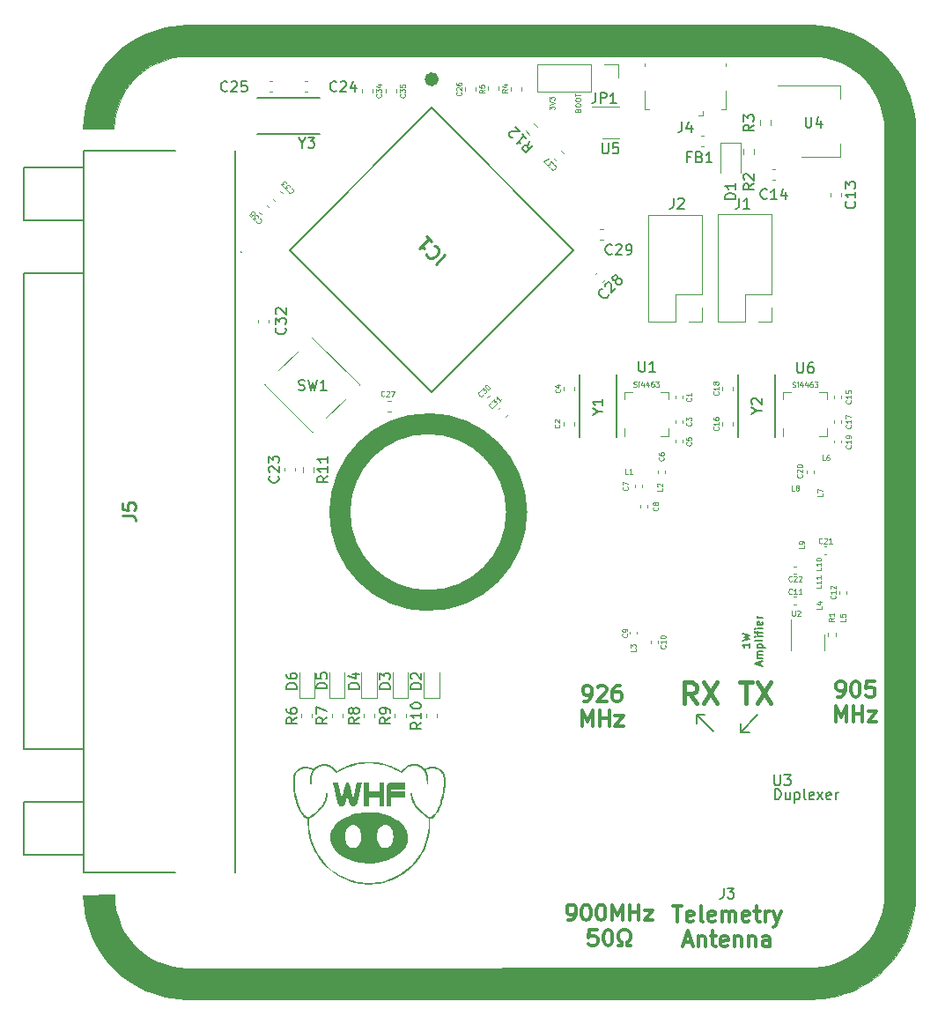
<source format=gbr>
%TF.GenerationSoftware,KiCad,Pcbnew,(6.0.7)*%
%TF.CreationDate,2022-12-11T17:18:47-05:00*%
%TF.ProjectId,Telemetry_KiCAD_Project,54656c65-6d65-4747-9279-5f4b69434144,rev?*%
%TF.SameCoordinates,Original*%
%TF.FileFunction,Legend,Top*%
%TF.FilePolarity,Positive*%
%FSLAX46Y46*%
G04 Gerber Fmt 4.6, Leading zero omitted, Abs format (unit mm)*
G04 Created by KiCad (PCBNEW (6.0.7)) date 2022-12-11 17:18:47*
%MOMM*%
%LPD*%
G01*
G04 APERTURE LIST*
%ADD10C,2.000000*%
%ADD11C,0.100000*%
%ADD12C,0.150000*%
%ADD13C,0.300000*%
%ADD14C,0.450000*%
%ADD15C,0.125000*%
%ADD16C,0.254000*%
%ADD17C,0.062500*%
%ADD18C,0.120000*%
%ADD19C,0.200000*%
%ADD20C,0.127000*%
%ADD21C,0.750000*%
G04 APERTURE END LIST*
D10*
X121680000Y-96800000D02*
G75*
G03*
X121680000Y-96800000I-8500000J0D01*
G01*
D11*
G36*
X90024838Y-53006725D02*
G01*
X89865552Y-53006726D01*
X89384839Y-53026725D01*
X88614838Y-53126725D01*
X87644838Y-53406725D01*
X87024838Y-53656725D01*
X86424838Y-53976725D01*
X85724838Y-54436725D01*
X85284838Y-54806725D01*
X84704838Y-55396725D01*
X84074838Y-56236725D01*
X83634838Y-57046725D01*
X83324838Y-57826725D01*
X83104838Y-58626725D01*
X83014837Y-59226725D01*
X82974838Y-59981725D01*
X79999838Y-59981725D01*
X79999838Y-59956724D01*
X80004838Y-59956725D01*
X80044838Y-59146725D01*
X80234838Y-57866725D01*
X80624838Y-56606725D01*
X80834838Y-56016725D01*
X81494838Y-54766725D01*
X82274838Y-53646725D01*
X83114838Y-52746725D01*
X83854838Y-52116725D01*
X84644838Y-51576725D01*
X85204838Y-51226725D01*
X86034838Y-50846725D01*
X86834838Y-50536725D01*
X87884838Y-50246726D01*
X88484838Y-50146725D01*
X89254838Y-50026725D01*
X89994777Y-50006725D01*
X90024838Y-53006725D01*
G37*
X90024838Y-53006725D02*
X89865552Y-53006726D01*
X89384839Y-53026725D01*
X88614838Y-53126725D01*
X87644838Y-53406725D01*
X87024838Y-53656725D01*
X86424838Y-53976725D01*
X85724838Y-54436725D01*
X85284838Y-54806725D01*
X84704838Y-55396725D01*
X84074838Y-56236725D01*
X83634838Y-57046725D01*
X83324838Y-57826725D01*
X83104838Y-58626725D01*
X83014837Y-59226725D01*
X82974838Y-59981725D01*
X79999838Y-59981725D01*
X79999838Y-59956724D01*
X80004838Y-59956725D01*
X80044838Y-59146725D01*
X80234838Y-57866725D01*
X80624838Y-56606725D01*
X80834838Y-56016725D01*
X81494838Y-54766725D01*
X82274838Y-53646725D01*
X83114838Y-52746725D01*
X83854838Y-52116725D01*
X84644838Y-51576725D01*
X85204838Y-51226725D01*
X86034838Y-50846725D01*
X86834838Y-50536725D01*
X87884838Y-50246726D01*
X88484838Y-50146725D01*
X89254838Y-50026725D01*
X89994777Y-50006725D01*
X90024838Y-53006725D01*
G36*
X149999838Y-143590677D02*
G01*
X89974838Y-143585677D01*
X89999838Y-140620677D01*
X150109124Y-140580677D01*
X149999838Y-143590677D01*
G37*
X149999838Y-143590677D02*
X89974838Y-143585677D01*
X89999838Y-140620677D01*
X150109124Y-140580677D01*
X149999838Y-143590677D01*
G36*
X150049838Y-50011725D02*
G01*
X150859838Y-50051725D01*
X152139838Y-50241725D01*
X153399838Y-50631725D01*
X153989838Y-50841725D01*
X155239838Y-51501725D01*
X156359838Y-52281725D01*
X157259838Y-53121725D01*
X157889838Y-53861725D01*
X158429838Y-54651725D01*
X158779838Y-55211725D01*
X159159838Y-56041725D01*
X159469838Y-56841725D01*
X159759838Y-57891725D01*
X159859838Y-58491725D01*
X159979838Y-59261725D01*
X159999838Y-60001664D01*
X156999838Y-60031725D01*
X156999837Y-59872439D01*
X156979838Y-59391725D01*
X156879838Y-58621725D01*
X156599838Y-57651725D01*
X156349838Y-57031725D01*
X156029838Y-56431725D01*
X155569838Y-55731725D01*
X155199838Y-55291725D01*
X154609838Y-54711725D01*
X153769838Y-54081725D01*
X152959838Y-53641725D01*
X152179838Y-53331725D01*
X151379838Y-53111725D01*
X150779838Y-53021725D01*
X150024838Y-52981725D01*
X150024838Y-50006725D01*
X150049838Y-50006725D01*
X150049838Y-50011725D01*
G37*
X150049838Y-50011725D02*
X150859838Y-50051725D01*
X152139838Y-50241725D01*
X153399838Y-50631725D01*
X153989838Y-50841725D01*
X155239838Y-51501725D01*
X156359838Y-52281725D01*
X157259838Y-53121725D01*
X157889838Y-53861725D01*
X158429838Y-54651725D01*
X158779838Y-55211725D01*
X159159838Y-56041725D01*
X159469838Y-56841725D01*
X159759838Y-57891725D01*
X159859838Y-58491725D01*
X159979838Y-59261725D01*
X159999838Y-60001664D01*
X156999838Y-60031725D01*
X156999837Y-59872439D01*
X156979838Y-59391725D01*
X156879838Y-58621725D01*
X156599838Y-57651725D01*
X156349838Y-57031725D01*
X156029838Y-56431725D01*
X155569838Y-55731725D01*
X155199838Y-55291725D01*
X154609838Y-54711725D01*
X153769838Y-54081725D01*
X152959838Y-53641725D01*
X152179838Y-53331725D01*
X151379838Y-53111725D01*
X150779838Y-53021725D01*
X150024838Y-52981725D01*
X150024838Y-50006725D01*
X150049838Y-50006725D01*
X150049838Y-50011725D01*
G36*
X159999838Y-133530677D02*
G01*
X157019838Y-133530677D01*
X156999838Y-60031725D01*
X159999838Y-60031725D01*
X159999838Y-133530677D01*
G37*
X159999838Y-133530677D02*
X157019838Y-133530677D01*
X156999838Y-60031725D01*
X159999838Y-60031725D01*
X159999838Y-133530677D01*
G36*
X82999839Y-133719963D02*
G01*
X83019838Y-134200676D01*
X83119838Y-134970677D01*
X83399838Y-135940677D01*
X83649838Y-136560677D01*
X83969838Y-137160677D01*
X84429838Y-137860677D01*
X84799838Y-138300677D01*
X85389838Y-138880677D01*
X86229838Y-139510677D01*
X87039838Y-139950677D01*
X87819838Y-140260677D01*
X88619838Y-140480677D01*
X89219838Y-140570678D01*
X89974838Y-140610677D01*
X89974838Y-143585677D01*
X89949837Y-143585677D01*
X89949838Y-143580677D01*
X89139838Y-143540677D01*
X87859838Y-143350677D01*
X86599838Y-142960677D01*
X86009838Y-142750677D01*
X84759838Y-142090677D01*
X83639838Y-141310677D01*
X82739838Y-140470677D01*
X82109838Y-139730677D01*
X81569838Y-138940677D01*
X81219838Y-138380677D01*
X80839838Y-137550677D01*
X80529838Y-136750677D01*
X80239839Y-135700677D01*
X80139838Y-135100677D01*
X80019838Y-134330677D01*
X79999838Y-133590738D01*
X82999838Y-133560677D01*
X82999839Y-133719963D01*
G37*
X82999839Y-133719963D02*
X83019838Y-134200676D01*
X83119838Y-134970677D01*
X83399838Y-135940677D01*
X83649838Y-136560677D01*
X83969838Y-137160677D01*
X84429838Y-137860677D01*
X84799838Y-138300677D01*
X85389838Y-138880677D01*
X86229838Y-139510677D01*
X87039838Y-139950677D01*
X87819838Y-140260677D01*
X88619838Y-140480677D01*
X89219838Y-140570678D01*
X89974838Y-140610677D01*
X89974838Y-143585677D01*
X89949837Y-143585677D01*
X89949838Y-143580677D01*
X89139838Y-143540677D01*
X87859838Y-143350677D01*
X86599838Y-142960677D01*
X86009838Y-142750677D01*
X84759838Y-142090677D01*
X83639838Y-141310677D01*
X82739838Y-140470677D01*
X82109838Y-139730677D01*
X81569838Y-138940677D01*
X81219838Y-138380677D01*
X80839838Y-137550677D01*
X80529838Y-136750677D01*
X80239839Y-135700677D01*
X80139838Y-135100677D01*
X80019838Y-134330677D01*
X79999838Y-133590738D01*
X82999838Y-133560677D01*
X82999839Y-133719963D01*
G36*
X159999838Y-133600677D02*
G01*
X159969838Y-134260677D01*
X159899838Y-134960677D01*
X159759838Y-135740677D01*
X159569838Y-136500677D01*
X159299838Y-137250677D01*
X159009838Y-137910677D01*
X158679838Y-138530677D01*
X158249838Y-139250677D01*
X157749838Y-139900677D01*
X157369838Y-140330677D01*
X156879838Y-140840677D01*
X156479838Y-141210677D01*
X156039838Y-141550677D01*
X155589838Y-141880677D01*
X154919838Y-142290677D01*
X154359838Y-142580677D01*
X153859838Y-142820677D01*
X153219838Y-143050677D01*
X152499838Y-143270677D01*
X151999838Y-143390677D01*
X151619838Y-143450677D01*
X151189838Y-143510677D01*
X150669838Y-143550677D01*
X150109838Y-143580677D01*
X149979838Y-143580677D01*
X150089838Y-140590677D01*
X150119838Y-140590677D01*
X151099838Y-140490677D01*
X151959838Y-140310677D01*
X152769838Y-140010677D01*
X153319838Y-139730677D01*
X153899838Y-139400677D01*
X154469838Y-138990677D01*
X155039838Y-138470677D01*
X155639838Y-137760677D01*
X155969838Y-137240677D01*
X156359838Y-136520677D01*
X156539838Y-136100677D01*
X156749838Y-135460677D01*
X156919838Y-134710677D01*
X156989838Y-134250677D01*
X157019838Y-133530677D01*
X159999838Y-133530677D01*
X159999838Y-133600677D01*
G37*
X159999838Y-133600677D02*
X159969838Y-134260677D01*
X159899838Y-134960677D01*
X159759838Y-135740677D01*
X159569838Y-136500677D01*
X159299838Y-137250677D01*
X159009838Y-137910677D01*
X158679838Y-138530677D01*
X158249838Y-139250677D01*
X157749838Y-139900677D01*
X157369838Y-140330677D01*
X156879838Y-140840677D01*
X156479838Y-141210677D01*
X156039838Y-141550677D01*
X155589838Y-141880677D01*
X154919838Y-142290677D01*
X154359838Y-142580677D01*
X153859838Y-142820677D01*
X153219838Y-143050677D01*
X152499838Y-143270677D01*
X151999838Y-143390677D01*
X151619838Y-143450677D01*
X151189838Y-143510677D01*
X150669838Y-143550677D01*
X150109838Y-143580677D01*
X149979838Y-143580677D01*
X150089838Y-140590677D01*
X150119838Y-140590677D01*
X151099838Y-140490677D01*
X151959838Y-140310677D01*
X152769838Y-140010677D01*
X153319838Y-139730677D01*
X153899838Y-139400677D01*
X154469838Y-138990677D01*
X155039838Y-138470677D01*
X155639838Y-137760677D01*
X155969838Y-137240677D01*
X156359838Y-136520677D01*
X156539838Y-136100677D01*
X156749838Y-135460677D01*
X156919838Y-134710677D01*
X156989838Y-134250677D01*
X157019838Y-133530677D01*
X159999838Y-133530677D01*
X159999838Y-133600677D01*
G36*
X150024838Y-52981725D02*
G01*
X89779838Y-53021725D01*
X89994777Y-50006725D01*
X150024838Y-50006725D01*
X150024838Y-52981725D01*
G37*
X150024838Y-52981725D02*
X89779838Y-53021725D01*
X89994777Y-50006725D01*
X150024838Y-50006725D01*
X150024838Y-52981725D01*
D12*
X140569644Y-117906599D02*
X138953400Y-116290355D01*
X139761522Y-116290355D02*
X138953400Y-116290355D01*
X138953400Y-117098477D01*
D13*
X152545714Y-114541071D02*
X152831428Y-114541071D01*
X152974285Y-114469642D01*
X153045714Y-114398214D01*
X153188571Y-114183928D01*
X153260000Y-113898214D01*
X153260000Y-113326785D01*
X153188571Y-113183928D01*
X153117142Y-113112500D01*
X152974285Y-113041071D01*
X152688571Y-113041071D01*
X152545714Y-113112500D01*
X152474285Y-113183928D01*
X152402857Y-113326785D01*
X152402857Y-113683928D01*
X152474285Y-113826785D01*
X152545714Y-113898214D01*
X152688571Y-113969642D01*
X152974285Y-113969642D01*
X153117142Y-113898214D01*
X153188571Y-113826785D01*
X153260000Y-113683928D01*
X154188571Y-113041071D02*
X154331428Y-113041071D01*
X154474285Y-113112500D01*
X154545714Y-113183928D01*
X154617142Y-113326785D01*
X154688571Y-113612500D01*
X154688571Y-113969642D01*
X154617142Y-114255357D01*
X154545714Y-114398214D01*
X154474285Y-114469642D01*
X154331428Y-114541071D01*
X154188571Y-114541071D01*
X154045714Y-114469642D01*
X153974285Y-114398214D01*
X153902857Y-114255357D01*
X153831428Y-113969642D01*
X153831428Y-113612500D01*
X153902857Y-113326785D01*
X153974285Y-113183928D01*
X154045714Y-113112500D01*
X154188571Y-113041071D01*
X156045714Y-113041071D02*
X155331428Y-113041071D01*
X155260000Y-113755357D01*
X155331428Y-113683928D01*
X155474285Y-113612500D01*
X155831428Y-113612500D01*
X155974285Y-113683928D01*
X156045714Y-113755357D01*
X156117142Y-113898214D01*
X156117142Y-114255357D01*
X156045714Y-114398214D01*
X155974285Y-114469642D01*
X155831428Y-114541071D01*
X155474285Y-114541071D01*
X155331428Y-114469642D01*
X155260000Y-114398214D01*
X152367142Y-116956071D02*
X152367142Y-115456071D01*
X152867142Y-116527500D01*
X153367142Y-115456071D01*
X153367142Y-116956071D01*
X154081428Y-116956071D02*
X154081428Y-115456071D01*
X154081428Y-116170357D02*
X154938571Y-116170357D01*
X154938571Y-116956071D02*
X154938571Y-115456071D01*
X155510000Y-115956071D02*
X156295714Y-115956071D01*
X155510000Y-116956071D01*
X156295714Y-116956071D01*
D14*
X138956666Y-115174761D02*
X138290000Y-114222380D01*
X137813809Y-115174761D02*
X137813809Y-113174761D01*
X138575714Y-113174761D01*
X138766190Y-113270000D01*
X138861428Y-113365238D01*
X138956666Y-113555714D01*
X138956666Y-113841428D01*
X138861428Y-114031904D01*
X138766190Y-114127142D01*
X138575714Y-114222380D01*
X137813809Y-114222380D01*
X139623333Y-113174761D02*
X140956666Y-115174761D01*
X140956666Y-113174761D02*
X139623333Y-115174761D01*
D15*
X148195714Y-84772380D02*
X148267142Y-84796190D01*
X148386190Y-84796190D01*
X148433809Y-84772380D01*
X148457619Y-84748571D01*
X148481428Y-84700952D01*
X148481428Y-84653333D01*
X148457619Y-84605714D01*
X148433809Y-84581904D01*
X148386190Y-84558095D01*
X148290952Y-84534285D01*
X148243333Y-84510476D01*
X148219523Y-84486666D01*
X148195714Y-84439047D01*
X148195714Y-84391428D01*
X148219523Y-84343809D01*
X148243333Y-84320000D01*
X148290952Y-84296190D01*
X148410000Y-84296190D01*
X148481428Y-84320000D01*
X148695714Y-84796190D02*
X148695714Y-84462857D01*
X148695714Y-84296190D02*
X148671904Y-84320000D01*
X148695714Y-84343809D01*
X148719523Y-84320000D01*
X148695714Y-84296190D01*
X148695714Y-84343809D01*
X149148095Y-84462857D02*
X149148095Y-84796190D01*
X149029047Y-84272380D02*
X148910000Y-84629523D01*
X149219523Y-84629523D01*
X149624285Y-84462857D02*
X149624285Y-84796190D01*
X149505238Y-84272380D02*
X149386190Y-84629523D01*
X149695714Y-84629523D01*
X150100476Y-84296190D02*
X150005238Y-84296190D01*
X149957619Y-84320000D01*
X149933809Y-84343809D01*
X149886190Y-84415238D01*
X149862380Y-84510476D01*
X149862380Y-84700952D01*
X149886190Y-84748571D01*
X149910000Y-84772380D01*
X149957619Y-84796190D01*
X150052857Y-84796190D01*
X150100476Y-84772380D01*
X150124285Y-84748571D01*
X150148095Y-84700952D01*
X150148095Y-84581904D01*
X150124285Y-84534285D01*
X150100476Y-84510476D01*
X150052857Y-84486666D01*
X149957619Y-84486666D01*
X149910000Y-84510476D01*
X149886190Y-84534285D01*
X149862380Y-84581904D01*
X150314761Y-84296190D02*
X150624285Y-84296190D01*
X150457619Y-84486666D01*
X150529047Y-84486666D01*
X150576666Y-84510476D01*
X150600476Y-84534285D01*
X150624285Y-84581904D01*
X150624285Y-84700952D01*
X150600476Y-84748571D01*
X150576666Y-84772380D01*
X150529047Y-84796190D01*
X150386190Y-84796190D01*
X150338571Y-84772380D01*
X150314761Y-84748571D01*
D13*
X136725714Y-134631071D02*
X137582857Y-134631071D01*
X137154285Y-136131071D02*
X137154285Y-134631071D01*
X138654285Y-136059642D02*
X138511428Y-136131071D01*
X138225714Y-136131071D01*
X138082857Y-136059642D01*
X138011428Y-135916785D01*
X138011428Y-135345357D01*
X138082857Y-135202500D01*
X138225714Y-135131071D01*
X138511428Y-135131071D01*
X138654285Y-135202500D01*
X138725714Y-135345357D01*
X138725714Y-135488214D01*
X138011428Y-135631071D01*
X139582857Y-136131071D02*
X139440000Y-136059642D01*
X139368571Y-135916785D01*
X139368571Y-134631071D01*
X140725714Y-136059642D02*
X140582857Y-136131071D01*
X140297142Y-136131071D01*
X140154285Y-136059642D01*
X140082857Y-135916785D01*
X140082857Y-135345357D01*
X140154285Y-135202500D01*
X140297142Y-135131071D01*
X140582857Y-135131071D01*
X140725714Y-135202500D01*
X140797142Y-135345357D01*
X140797142Y-135488214D01*
X140082857Y-135631071D01*
X141440000Y-136131071D02*
X141440000Y-135131071D01*
X141440000Y-135273928D02*
X141511428Y-135202500D01*
X141654285Y-135131071D01*
X141868571Y-135131071D01*
X142011428Y-135202500D01*
X142082857Y-135345357D01*
X142082857Y-136131071D01*
X142082857Y-135345357D02*
X142154285Y-135202500D01*
X142297142Y-135131071D01*
X142511428Y-135131071D01*
X142654285Y-135202500D01*
X142725714Y-135345357D01*
X142725714Y-136131071D01*
X144011428Y-136059642D02*
X143868571Y-136131071D01*
X143582857Y-136131071D01*
X143440000Y-136059642D01*
X143368571Y-135916785D01*
X143368571Y-135345357D01*
X143440000Y-135202500D01*
X143582857Y-135131071D01*
X143868571Y-135131071D01*
X144011428Y-135202500D01*
X144082857Y-135345357D01*
X144082857Y-135488214D01*
X143368571Y-135631071D01*
X144511428Y-135131071D02*
X145082857Y-135131071D01*
X144725714Y-134631071D02*
X144725714Y-135916785D01*
X144797142Y-136059642D01*
X144940000Y-136131071D01*
X145082857Y-136131071D01*
X145582857Y-136131071D02*
X145582857Y-135131071D01*
X145582857Y-135416785D02*
X145654285Y-135273928D01*
X145725714Y-135202500D01*
X145868571Y-135131071D01*
X146011428Y-135131071D01*
X146368571Y-135131071D02*
X146725714Y-136131071D01*
X147082857Y-135131071D02*
X146725714Y-136131071D01*
X146582857Y-136488214D01*
X146511428Y-136559642D01*
X146368571Y-136631071D01*
X137797142Y-138117500D02*
X138511428Y-138117500D01*
X137654285Y-138546071D02*
X138154285Y-137046071D01*
X138654285Y-138546071D01*
X139154285Y-137546071D02*
X139154285Y-138546071D01*
X139154285Y-137688928D02*
X139225714Y-137617500D01*
X139368571Y-137546071D01*
X139582857Y-137546071D01*
X139725714Y-137617500D01*
X139797142Y-137760357D01*
X139797142Y-138546071D01*
X140297142Y-137546071D02*
X140868571Y-137546071D01*
X140511428Y-137046071D02*
X140511428Y-138331785D01*
X140582857Y-138474642D01*
X140725714Y-138546071D01*
X140868571Y-138546071D01*
X141940000Y-138474642D02*
X141797142Y-138546071D01*
X141511428Y-138546071D01*
X141368571Y-138474642D01*
X141297142Y-138331785D01*
X141297142Y-137760357D01*
X141368571Y-137617500D01*
X141511428Y-137546071D01*
X141797142Y-137546071D01*
X141940000Y-137617500D01*
X142011428Y-137760357D01*
X142011428Y-137903214D01*
X141297142Y-138046071D01*
X142654285Y-137546071D02*
X142654285Y-138546071D01*
X142654285Y-137688928D02*
X142725714Y-137617500D01*
X142868571Y-137546071D01*
X143082857Y-137546071D01*
X143225714Y-137617500D01*
X143297142Y-137760357D01*
X143297142Y-138546071D01*
X144011428Y-137546071D02*
X144011428Y-138546071D01*
X144011428Y-137688928D02*
X144082857Y-137617500D01*
X144225714Y-137546071D01*
X144440000Y-137546071D01*
X144582857Y-137617500D01*
X144654285Y-137760357D01*
X144654285Y-138546071D01*
X146011428Y-138546071D02*
X146011428Y-137760357D01*
X145940000Y-137617500D01*
X145797142Y-137546071D01*
X145511428Y-137546071D01*
X145368571Y-137617500D01*
X146011428Y-138474642D02*
X145868571Y-138546071D01*
X145511428Y-138546071D01*
X145368571Y-138474642D01*
X145297142Y-138331785D01*
X145297142Y-138188928D01*
X145368571Y-138046071D01*
X145511428Y-137974642D01*
X145868571Y-137974642D01*
X146011428Y-137903214D01*
X126645714Y-136021071D02*
X126931428Y-136021071D01*
X127074285Y-135949642D01*
X127145714Y-135878214D01*
X127288571Y-135663928D01*
X127360000Y-135378214D01*
X127360000Y-134806785D01*
X127288571Y-134663928D01*
X127217142Y-134592500D01*
X127074285Y-134521071D01*
X126788571Y-134521071D01*
X126645714Y-134592500D01*
X126574285Y-134663928D01*
X126502857Y-134806785D01*
X126502857Y-135163928D01*
X126574285Y-135306785D01*
X126645714Y-135378214D01*
X126788571Y-135449642D01*
X127074285Y-135449642D01*
X127217142Y-135378214D01*
X127288571Y-135306785D01*
X127360000Y-135163928D01*
X128288571Y-134521071D02*
X128431428Y-134521071D01*
X128574285Y-134592500D01*
X128645714Y-134663928D01*
X128717142Y-134806785D01*
X128788571Y-135092500D01*
X128788571Y-135449642D01*
X128717142Y-135735357D01*
X128645714Y-135878214D01*
X128574285Y-135949642D01*
X128431428Y-136021071D01*
X128288571Y-136021071D01*
X128145714Y-135949642D01*
X128074285Y-135878214D01*
X128002857Y-135735357D01*
X127931428Y-135449642D01*
X127931428Y-135092500D01*
X128002857Y-134806785D01*
X128074285Y-134663928D01*
X128145714Y-134592500D01*
X128288571Y-134521071D01*
X129717142Y-134521071D02*
X129860000Y-134521071D01*
X130002857Y-134592500D01*
X130074285Y-134663928D01*
X130145714Y-134806785D01*
X130217142Y-135092500D01*
X130217142Y-135449642D01*
X130145714Y-135735357D01*
X130074285Y-135878214D01*
X130002857Y-135949642D01*
X129860000Y-136021071D01*
X129717142Y-136021071D01*
X129574285Y-135949642D01*
X129502857Y-135878214D01*
X129431428Y-135735357D01*
X129360000Y-135449642D01*
X129360000Y-135092500D01*
X129431428Y-134806785D01*
X129502857Y-134663928D01*
X129574285Y-134592500D01*
X129717142Y-134521071D01*
X130860000Y-136021071D02*
X130860000Y-134521071D01*
X131360000Y-135592500D01*
X131860000Y-134521071D01*
X131860000Y-136021071D01*
X132574285Y-136021071D02*
X132574285Y-134521071D01*
X132574285Y-135235357D02*
X133431428Y-135235357D01*
X133431428Y-136021071D02*
X133431428Y-134521071D01*
X134002857Y-135021071D02*
X134788571Y-135021071D01*
X134002857Y-136021071D01*
X134788571Y-136021071D01*
X129395714Y-136936071D02*
X128681428Y-136936071D01*
X128610000Y-137650357D01*
X128681428Y-137578928D01*
X128824285Y-137507500D01*
X129181428Y-137507500D01*
X129324285Y-137578928D01*
X129395714Y-137650357D01*
X129467142Y-137793214D01*
X129467142Y-138150357D01*
X129395714Y-138293214D01*
X129324285Y-138364642D01*
X129181428Y-138436071D01*
X128824285Y-138436071D01*
X128681428Y-138364642D01*
X128610000Y-138293214D01*
X130395714Y-136936071D02*
X130538571Y-136936071D01*
X130681428Y-137007500D01*
X130752857Y-137078928D01*
X130824285Y-137221785D01*
X130895714Y-137507500D01*
X130895714Y-137864642D01*
X130824285Y-138150357D01*
X130752857Y-138293214D01*
X130681428Y-138364642D01*
X130538571Y-138436071D01*
X130395714Y-138436071D01*
X130252857Y-138364642D01*
X130181428Y-138293214D01*
X130110000Y-138150357D01*
X130038571Y-137864642D01*
X130038571Y-137507500D01*
X130110000Y-137221785D01*
X130181428Y-137078928D01*
X130252857Y-137007500D01*
X130395714Y-136936071D01*
X131467142Y-138436071D02*
X131824285Y-138436071D01*
X131824285Y-138150357D01*
X131681428Y-138078928D01*
X131538571Y-137936071D01*
X131467142Y-137721785D01*
X131467142Y-137364642D01*
X131538571Y-137150357D01*
X131681428Y-137007500D01*
X131895714Y-136936071D01*
X132181428Y-136936071D01*
X132395714Y-137007500D01*
X132538571Y-137150357D01*
X132610000Y-137364642D01*
X132610000Y-137721785D01*
X132538571Y-137936071D01*
X132395714Y-138078928D01*
X132252857Y-138150357D01*
X132252857Y-138436071D01*
X132610000Y-138436071D01*
D15*
X132925714Y-84742380D02*
X132997142Y-84766190D01*
X133116190Y-84766190D01*
X133163809Y-84742380D01*
X133187619Y-84718571D01*
X133211428Y-84670952D01*
X133211428Y-84623333D01*
X133187619Y-84575714D01*
X133163809Y-84551904D01*
X133116190Y-84528095D01*
X133020952Y-84504285D01*
X132973333Y-84480476D01*
X132949523Y-84456666D01*
X132925714Y-84409047D01*
X132925714Y-84361428D01*
X132949523Y-84313809D01*
X132973333Y-84290000D01*
X133020952Y-84266190D01*
X133140000Y-84266190D01*
X133211428Y-84290000D01*
X133425714Y-84766190D02*
X133425714Y-84432857D01*
X133425714Y-84266190D02*
X133401904Y-84290000D01*
X133425714Y-84313809D01*
X133449523Y-84290000D01*
X133425714Y-84266190D01*
X133425714Y-84313809D01*
X133878095Y-84432857D02*
X133878095Y-84766190D01*
X133759047Y-84242380D02*
X133640000Y-84599523D01*
X133949523Y-84599523D01*
X134354285Y-84432857D02*
X134354285Y-84766190D01*
X134235238Y-84242380D02*
X134116190Y-84599523D01*
X134425714Y-84599523D01*
X134830476Y-84266190D02*
X134735238Y-84266190D01*
X134687619Y-84290000D01*
X134663809Y-84313809D01*
X134616190Y-84385238D01*
X134592380Y-84480476D01*
X134592380Y-84670952D01*
X134616190Y-84718571D01*
X134640000Y-84742380D01*
X134687619Y-84766190D01*
X134782857Y-84766190D01*
X134830476Y-84742380D01*
X134854285Y-84718571D01*
X134878095Y-84670952D01*
X134878095Y-84551904D01*
X134854285Y-84504285D01*
X134830476Y-84480476D01*
X134782857Y-84456666D01*
X134687619Y-84456666D01*
X134640000Y-84480476D01*
X134616190Y-84504285D01*
X134592380Y-84551904D01*
X135044761Y-84266190D02*
X135354285Y-84266190D01*
X135187619Y-84456666D01*
X135259047Y-84456666D01*
X135306666Y-84480476D01*
X135330476Y-84504285D01*
X135354285Y-84551904D01*
X135354285Y-84670952D01*
X135330476Y-84718571D01*
X135306666Y-84742380D01*
X135259047Y-84766190D01*
X135116190Y-84766190D01*
X135068571Y-84742380D01*
X135044761Y-84718571D01*
D12*
X144836599Y-116300355D02*
X143220355Y-117916599D01*
X143220355Y-117108477D02*
X143220355Y-117916599D01*
X144028477Y-117916599D01*
D14*
X143166190Y-113174761D02*
X144309047Y-113174761D01*
X143737619Y-115174761D02*
X143737619Y-113174761D01*
X144785238Y-113174761D02*
X146118571Y-115174761D01*
X146118571Y-113174761D02*
X144785238Y-115174761D01*
D15*
X127564285Y-58178571D02*
X127588095Y-58107142D01*
X127611904Y-58083333D01*
X127659523Y-58059523D01*
X127730952Y-58059523D01*
X127778571Y-58083333D01*
X127802380Y-58107142D01*
X127826190Y-58154761D01*
X127826190Y-58345238D01*
X127326190Y-58345238D01*
X127326190Y-58178571D01*
X127350000Y-58130952D01*
X127373809Y-58107142D01*
X127421428Y-58083333D01*
X127469047Y-58083333D01*
X127516666Y-58107142D01*
X127540476Y-58130952D01*
X127564285Y-58178571D01*
X127564285Y-58345238D01*
X127326190Y-57750000D02*
X127326190Y-57654761D01*
X127350000Y-57607142D01*
X127397619Y-57559523D01*
X127492857Y-57535714D01*
X127659523Y-57535714D01*
X127754761Y-57559523D01*
X127802380Y-57607142D01*
X127826190Y-57654761D01*
X127826190Y-57750000D01*
X127802380Y-57797619D01*
X127754761Y-57845238D01*
X127659523Y-57869047D01*
X127492857Y-57869047D01*
X127397619Y-57845238D01*
X127350000Y-57797619D01*
X127326190Y-57750000D01*
X127326190Y-57226190D02*
X127326190Y-57130952D01*
X127350000Y-57083333D01*
X127397619Y-57035714D01*
X127492857Y-57011904D01*
X127659523Y-57011904D01*
X127754761Y-57035714D01*
X127802380Y-57083333D01*
X127826190Y-57130952D01*
X127826190Y-57226190D01*
X127802380Y-57273809D01*
X127754761Y-57321428D01*
X127659523Y-57345238D01*
X127492857Y-57345238D01*
X127397619Y-57321428D01*
X127350000Y-57273809D01*
X127326190Y-57226190D01*
X127326190Y-56869047D02*
X127326190Y-56583333D01*
X127826190Y-56726190D02*
X127326190Y-56726190D01*
D13*
X128175714Y-114961071D02*
X128461428Y-114961071D01*
X128604285Y-114889642D01*
X128675714Y-114818214D01*
X128818571Y-114603928D01*
X128890000Y-114318214D01*
X128890000Y-113746785D01*
X128818571Y-113603928D01*
X128747142Y-113532500D01*
X128604285Y-113461071D01*
X128318571Y-113461071D01*
X128175714Y-113532500D01*
X128104285Y-113603928D01*
X128032857Y-113746785D01*
X128032857Y-114103928D01*
X128104285Y-114246785D01*
X128175714Y-114318214D01*
X128318571Y-114389642D01*
X128604285Y-114389642D01*
X128747142Y-114318214D01*
X128818571Y-114246785D01*
X128890000Y-114103928D01*
X129461428Y-113603928D02*
X129532857Y-113532500D01*
X129675714Y-113461071D01*
X130032857Y-113461071D01*
X130175714Y-113532500D01*
X130247142Y-113603928D01*
X130318571Y-113746785D01*
X130318571Y-113889642D01*
X130247142Y-114103928D01*
X129390000Y-114961071D01*
X130318571Y-114961071D01*
X131604285Y-113461071D02*
X131318571Y-113461071D01*
X131175714Y-113532500D01*
X131104285Y-113603928D01*
X130961428Y-113818214D01*
X130890000Y-114103928D01*
X130890000Y-114675357D01*
X130961428Y-114818214D01*
X131032857Y-114889642D01*
X131175714Y-114961071D01*
X131461428Y-114961071D01*
X131604285Y-114889642D01*
X131675714Y-114818214D01*
X131747142Y-114675357D01*
X131747142Y-114318214D01*
X131675714Y-114175357D01*
X131604285Y-114103928D01*
X131461428Y-114032500D01*
X131175714Y-114032500D01*
X131032857Y-114103928D01*
X130961428Y-114175357D01*
X130890000Y-114318214D01*
X127997142Y-117376071D02*
X127997142Y-115876071D01*
X128497142Y-116947500D01*
X128997142Y-115876071D01*
X128997142Y-117376071D01*
X129711428Y-117376071D02*
X129711428Y-115876071D01*
X129711428Y-116590357D02*
X130568571Y-116590357D01*
X130568571Y-117376071D02*
X130568571Y-115876071D01*
X131140000Y-116376071D02*
X131925714Y-116376071D01*
X131140000Y-117376071D01*
X131925714Y-117376071D01*
D12*
X144095535Y-109394285D02*
X144095535Y-109822857D01*
X144095535Y-109608571D02*
X143345535Y-109608571D01*
X143452678Y-109680000D01*
X143524107Y-109751428D01*
X143559821Y-109822857D01*
X143345535Y-109144285D02*
X144095535Y-108965714D01*
X143559821Y-108822857D01*
X144095535Y-108680000D01*
X143345535Y-108501428D01*
X145088750Y-111519285D02*
X145088750Y-111162142D01*
X145303035Y-111590714D02*
X144553035Y-111340714D01*
X145303035Y-111090714D01*
X145303035Y-110840714D02*
X144803035Y-110840714D01*
X144874464Y-110840714D02*
X144838750Y-110805000D01*
X144803035Y-110733571D01*
X144803035Y-110626428D01*
X144838750Y-110555000D01*
X144910178Y-110519285D01*
X145303035Y-110519285D01*
X144910178Y-110519285D02*
X144838750Y-110483571D01*
X144803035Y-110412142D01*
X144803035Y-110305000D01*
X144838750Y-110233571D01*
X144910178Y-110197857D01*
X145303035Y-110197857D01*
X144803035Y-109840714D02*
X145553035Y-109840714D01*
X144838750Y-109840714D02*
X144803035Y-109769285D01*
X144803035Y-109626428D01*
X144838750Y-109555000D01*
X144874464Y-109519285D01*
X144945892Y-109483571D01*
X145160178Y-109483571D01*
X145231607Y-109519285D01*
X145267321Y-109555000D01*
X145303035Y-109626428D01*
X145303035Y-109769285D01*
X145267321Y-109840714D01*
X145303035Y-109055000D02*
X145267321Y-109126428D01*
X145195892Y-109162142D01*
X144553035Y-109162142D01*
X145303035Y-108769285D02*
X144803035Y-108769285D01*
X144553035Y-108769285D02*
X144588750Y-108805000D01*
X144624464Y-108769285D01*
X144588750Y-108733571D01*
X144553035Y-108769285D01*
X144624464Y-108769285D01*
X144803035Y-108519285D02*
X144803035Y-108233571D01*
X145303035Y-108412142D02*
X144660178Y-108412142D01*
X144588750Y-108376428D01*
X144553035Y-108305000D01*
X144553035Y-108233571D01*
X145303035Y-107983571D02*
X144803035Y-107983571D01*
X144553035Y-107983571D02*
X144588750Y-108019285D01*
X144624464Y-107983571D01*
X144588750Y-107947857D01*
X144553035Y-107983571D01*
X144624464Y-107983571D01*
X145267321Y-107340714D02*
X145303035Y-107412142D01*
X145303035Y-107555000D01*
X145267321Y-107626428D01*
X145195892Y-107662142D01*
X144910178Y-107662142D01*
X144838750Y-107626428D01*
X144803035Y-107555000D01*
X144803035Y-107412142D01*
X144838750Y-107340714D01*
X144910178Y-107305000D01*
X144981607Y-107305000D01*
X145053035Y-107662142D01*
X145303035Y-106983571D02*
X144803035Y-106983571D01*
X144945892Y-106983571D02*
X144874464Y-106947857D01*
X144838750Y-106912142D01*
X144803035Y-106840714D01*
X144803035Y-106769285D01*
D15*
X124826190Y-58119047D02*
X124826190Y-57809523D01*
X125016666Y-57976190D01*
X125016666Y-57904761D01*
X125040476Y-57857142D01*
X125064285Y-57833333D01*
X125111904Y-57809523D01*
X125230952Y-57809523D01*
X125278571Y-57833333D01*
X125302380Y-57857142D01*
X125326190Y-57904761D01*
X125326190Y-58047619D01*
X125302380Y-58095238D01*
X125278571Y-58119047D01*
X124826190Y-57666666D02*
X125326190Y-57500000D01*
X124826190Y-57333333D01*
X124826190Y-57214285D02*
X124826190Y-56904761D01*
X125016666Y-57071428D01*
X125016666Y-57000000D01*
X125040476Y-56952380D01*
X125064285Y-56928571D01*
X125111904Y-56904761D01*
X125230952Y-56904761D01*
X125278571Y-56928571D01*
X125302380Y-56952380D01*
X125326190Y-57000000D01*
X125326190Y-57142857D01*
X125302380Y-57190476D01*
X125278571Y-57214285D01*
D12*
X146500000Y-124402380D02*
X146500000Y-123402380D01*
X146738095Y-123402380D01*
X146880952Y-123450000D01*
X146976190Y-123545238D01*
X147023809Y-123640476D01*
X147071428Y-123830952D01*
X147071428Y-123973809D01*
X147023809Y-124164285D01*
X146976190Y-124259523D01*
X146880952Y-124354761D01*
X146738095Y-124402380D01*
X146500000Y-124402380D01*
X147928571Y-123735714D02*
X147928571Y-124402380D01*
X147500000Y-123735714D02*
X147500000Y-124259523D01*
X147547619Y-124354761D01*
X147642857Y-124402380D01*
X147785714Y-124402380D01*
X147880952Y-124354761D01*
X147928571Y-124307142D01*
X148404761Y-123735714D02*
X148404761Y-124735714D01*
X148404761Y-123783333D02*
X148500000Y-123735714D01*
X148690476Y-123735714D01*
X148785714Y-123783333D01*
X148833333Y-123830952D01*
X148880952Y-123926190D01*
X148880952Y-124211904D01*
X148833333Y-124307142D01*
X148785714Y-124354761D01*
X148690476Y-124402380D01*
X148500000Y-124402380D01*
X148404761Y-124354761D01*
X149452380Y-124402380D02*
X149357142Y-124354761D01*
X149309523Y-124259523D01*
X149309523Y-123402380D01*
X150214285Y-124354761D02*
X150119047Y-124402380D01*
X149928571Y-124402380D01*
X149833333Y-124354761D01*
X149785714Y-124259523D01*
X149785714Y-123878571D01*
X149833333Y-123783333D01*
X149928571Y-123735714D01*
X150119047Y-123735714D01*
X150214285Y-123783333D01*
X150261904Y-123878571D01*
X150261904Y-123973809D01*
X149785714Y-124069047D01*
X150595238Y-124402380D02*
X151119047Y-123735714D01*
X150595238Y-123735714D02*
X151119047Y-124402380D01*
X151880952Y-124354761D02*
X151785714Y-124402380D01*
X151595238Y-124402380D01*
X151500000Y-124354761D01*
X151452380Y-124259523D01*
X151452380Y-123878571D01*
X151500000Y-123783333D01*
X151595238Y-123735714D01*
X151785714Y-123735714D01*
X151880952Y-123783333D01*
X151928571Y-123878571D01*
X151928571Y-123973809D01*
X151452380Y-124069047D01*
X152357142Y-124402380D02*
X152357142Y-123735714D01*
X152357142Y-123926190D02*
X152404761Y-123830952D01*
X152452380Y-123783333D01*
X152547619Y-123735714D01*
X152642857Y-123735714D01*
%TO.C,C25*%
X93857142Y-56307142D02*
X93809523Y-56354761D01*
X93666666Y-56402380D01*
X93571428Y-56402380D01*
X93428571Y-56354761D01*
X93333333Y-56259523D01*
X93285714Y-56164285D01*
X93238095Y-55973809D01*
X93238095Y-55830952D01*
X93285714Y-55640476D01*
X93333333Y-55545238D01*
X93428571Y-55450000D01*
X93571428Y-55402380D01*
X93666666Y-55402380D01*
X93809523Y-55450000D01*
X93857142Y-55497619D01*
X94238095Y-55497619D02*
X94285714Y-55450000D01*
X94380952Y-55402380D01*
X94619047Y-55402380D01*
X94714285Y-55450000D01*
X94761904Y-55497619D01*
X94809523Y-55592857D01*
X94809523Y-55688095D01*
X94761904Y-55830952D01*
X94190476Y-56402380D01*
X94809523Y-56402380D01*
X95714285Y-55402380D02*
X95238095Y-55402380D01*
X95190476Y-55878571D01*
X95238095Y-55830952D01*
X95333333Y-55783333D01*
X95571428Y-55783333D01*
X95666666Y-55830952D01*
X95714285Y-55878571D01*
X95761904Y-55973809D01*
X95761904Y-56211904D01*
X95714285Y-56307142D01*
X95666666Y-56354761D01*
X95571428Y-56402380D01*
X95333333Y-56402380D01*
X95238095Y-56354761D01*
X95190476Y-56307142D01*
D15*
%TO.C,C27*%
X108953572Y-85613572D02*
X108929762Y-85637381D01*
X108858334Y-85661191D01*
X108810715Y-85661191D01*
X108739286Y-85637381D01*
X108691667Y-85589762D01*
X108667858Y-85542143D01*
X108644048Y-85446905D01*
X108644048Y-85375477D01*
X108667858Y-85280239D01*
X108691667Y-85232620D01*
X108739286Y-85185001D01*
X108810715Y-85161191D01*
X108858334Y-85161191D01*
X108929762Y-85185001D01*
X108953572Y-85208810D01*
X109144048Y-85208810D02*
X109167858Y-85185001D01*
X109215477Y-85161191D01*
X109334524Y-85161191D01*
X109382143Y-85185001D01*
X109405953Y-85208810D01*
X109429762Y-85256429D01*
X109429762Y-85304048D01*
X109405953Y-85375477D01*
X109120239Y-85661191D01*
X109429762Y-85661191D01*
X109596429Y-85161191D02*
X109929762Y-85161191D01*
X109715477Y-85661191D01*
D12*
%TO.C,C28*%
X130488090Y-75916986D02*
X130488090Y-75984330D01*
X130420746Y-76119017D01*
X130353403Y-76186360D01*
X130218716Y-76253704D01*
X130084029Y-76253704D01*
X129983014Y-76220032D01*
X129814655Y-76119017D01*
X129713640Y-76018002D01*
X129612624Y-75849643D01*
X129578953Y-75748628D01*
X129578953Y-75613941D01*
X129646296Y-75479254D01*
X129713640Y-75411910D01*
X129848327Y-75344567D01*
X129915670Y-75344567D01*
X130185044Y-75075192D02*
X130185044Y-75007849D01*
X130218716Y-74906834D01*
X130387075Y-74738475D01*
X130488090Y-74704803D01*
X130555433Y-74704803D01*
X130656449Y-74738475D01*
X130723792Y-74805818D01*
X130791136Y-74940505D01*
X130791136Y-75748628D01*
X131228869Y-75310895D01*
X131228869Y-74502773D02*
X131127853Y-74536444D01*
X131060510Y-74536444D01*
X130959495Y-74502773D01*
X130925823Y-74469101D01*
X130892151Y-74368086D01*
X130892151Y-74300742D01*
X130925823Y-74199727D01*
X131060510Y-74065040D01*
X131161525Y-74031368D01*
X131228869Y-74031368D01*
X131329884Y-74065040D01*
X131363556Y-74098712D01*
X131397227Y-74199727D01*
X131397227Y-74267070D01*
X131363556Y-74368086D01*
X131228869Y-74502773D01*
X131195197Y-74603788D01*
X131195197Y-74671131D01*
X131228869Y-74772147D01*
X131363556Y-74906834D01*
X131464571Y-74940505D01*
X131531914Y-74940505D01*
X131632930Y-74906834D01*
X131767617Y-74772147D01*
X131801288Y-74671131D01*
X131801288Y-74603788D01*
X131767617Y-74502773D01*
X131632930Y-74368086D01*
X131531914Y-74334414D01*
X131464571Y-74334414D01*
X131363556Y-74368086D01*
D15*
%TO.C,C30*%
X118448984Y-85503552D02*
X118448984Y-85537224D01*
X118415312Y-85604567D01*
X118381641Y-85638239D01*
X118314297Y-85671911D01*
X118246954Y-85671911D01*
X118196446Y-85655075D01*
X118112267Y-85604567D01*
X118061759Y-85554060D01*
X118011251Y-85469880D01*
X117994416Y-85419373D01*
X117994416Y-85352029D01*
X118028087Y-85284686D01*
X118061759Y-85251014D01*
X118129103Y-85217342D01*
X118162774Y-85217342D01*
X118246954Y-85065819D02*
X118465820Y-84846953D01*
X118482656Y-85099491D01*
X118533164Y-85048983D01*
X118583671Y-85032147D01*
X118617343Y-85032147D01*
X118667851Y-85048983D01*
X118752030Y-85133163D01*
X118768866Y-85183670D01*
X118768866Y-85217342D01*
X118752030Y-85267850D01*
X118651015Y-85368865D01*
X118600507Y-85385701D01*
X118566835Y-85385701D01*
X118684687Y-84628086D02*
X118718358Y-84594415D01*
X118768866Y-84577579D01*
X118802538Y-84577579D01*
X118853045Y-84594415D01*
X118937225Y-84644922D01*
X119021404Y-84729102D01*
X119071912Y-84813281D01*
X119088748Y-84863789D01*
X119088748Y-84897460D01*
X119071912Y-84947968D01*
X119038240Y-84981640D01*
X118987732Y-84998476D01*
X118954061Y-84998476D01*
X118903553Y-84981640D01*
X118819374Y-84931132D01*
X118735194Y-84846953D01*
X118684687Y-84762773D01*
X118667851Y-84712266D01*
X118667851Y-84678594D01*
X118684687Y-84628086D01*
%TO.C,C31*%
X119479223Y-86623313D02*
X119479223Y-86656985D01*
X119445551Y-86724328D01*
X119411880Y-86758000D01*
X119344536Y-86791672D01*
X119277193Y-86791672D01*
X119226685Y-86774836D01*
X119142506Y-86724328D01*
X119091998Y-86673821D01*
X119041490Y-86589641D01*
X119024655Y-86539134D01*
X119024655Y-86471790D01*
X119058326Y-86404447D01*
X119091998Y-86370775D01*
X119159342Y-86337103D01*
X119193013Y-86337103D01*
X119277193Y-86185580D02*
X119496059Y-85966714D01*
X119512895Y-86219252D01*
X119563403Y-86168744D01*
X119613910Y-86151908D01*
X119647582Y-86151908D01*
X119698090Y-86168744D01*
X119782269Y-86252924D01*
X119799105Y-86303431D01*
X119799105Y-86337103D01*
X119782269Y-86387611D01*
X119681254Y-86488626D01*
X119630746Y-86505462D01*
X119597074Y-86505462D01*
X120186330Y-85983550D02*
X119984300Y-86185580D01*
X120085315Y-86084565D02*
X119731761Y-85731011D01*
X119748597Y-85815191D01*
X119748597Y-85882534D01*
X119731761Y-85933042D01*
D12*
%TO.C,C32*%
X99407142Y-79092857D02*
X99454761Y-79140476D01*
X99502380Y-79283333D01*
X99502380Y-79378571D01*
X99454761Y-79521428D01*
X99359523Y-79616666D01*
X99264285Y-79664285D01*
X99073809Y-79711904D01*
X98930952Y-79711904D01*
X98740476Y-79664285D01*
X98645238Y-79616666D01*
X98550000Y-79521428D01*
X98502380Y-79378571D01*
X98502380Y-79283333D01*
X98550000Y-79140476D01*
X98597619Y-79092857D01*
X98502380Y-78759523D02*
X98502380Y-78140476D01*
X98883333Y-78473809D01*
X98883333Y-78330952D01*
X98930952Y-78235714D01*
X98978571Y-78188095D01*
X99073809Y-78140476D01*
X99311904Y-78140476D01*
X99407142Y-78188095D01*
X99454761Y-78235714D01*
X99502380Y-78330952D01*
X99502380Y-78616666D01*
X99454761Y-78711904D01*
X99407142Y-78759523D01*
X98597619Y-77759523D02*
X98550000Y-77711904D01*
X98502380Y-77616666D01*
X98502380Y-77378571D01*
X98550000Y-77283333D01*
X98597619Y-77235714D01*
X98692857Y-77188095D01*
X98788095Y-77188095D01*
X98930952Y-77235714D01*
X99502380Y-77807142D01*
X99502380Y-77188095D01*
D15*
%TO.C,C35*%
X110913571Y-56653928D02*
X110937380Y-56677738D01*
X110961190Y-56749166D01*
X110961190Y-56796785D01*
X110937380Y-56868214D01*
X110889761Y-56915833D01*
X110842142Y-56939642D01*
X110746904Y-56963452D01*
X110675476Y-56963452D01*
X110580238Y-56939642D01*
X110532619Y-56915833D01*
X110485000Y-56868214D01*
X110461190Y-56796785D01*
X110461190Y-56749166D01*
X110485000Y-56677738D01*
X110508809Y-56653928D01*
X110461190Y-56487261D02*
X110461190Y-56177738D01*
X110651666Y-56344404D01*
X110651666Y-56272976D01*
X110675476Y-56225357D01*
X110699285Y-56201547D01*
X110746904Y-56177738D01*
X110865952Y-56177738D01*
X110913571Y-56201547D01*
X110937380Y-56225357D01*
X110961190Y-56272976D01*
X110961190Y-56415833D01*
X110937380Y-56463452D01*
X110913571Y-56487261D01*
X110461190Y-55725357D02*
X110461190Y-55963452D01*
X110699285Y-55987261D01*
X110675476Y-55963452D01*
X110651666Y-55915833D01*
X110651666Y-55796785D01*
X110675476Y-55749166D01*
X110699285Y-55725357D01*
X110746904Y-55701547D01*
X110865952Y-55701547D01*
X110913571Y-55725357D01*
X110937380Y-55749166D01*
X110961190Y-55796785D01*
X110961190Y-55915833D01*
X110937380Y-55963452D01*
X110913571Y-55987261D01*
D12*
%TO.C,J3*%
X141566666Y-132927380D02*
X141566666Y-133641666D01*
X141519047Y-133784523D01*
X141423809Y-133879761D01*
X141280952Y-133927380D01*
X141185714Y-133927380D01*
X141947619Y-132927380D02*
X142566666Y-132927380D01*
X142233333Y-133308333D01*
X142376190Y-133308333D01*
X142471428Y-133355952D01*
X142519047Y-133403571D01*
X142566666Y-133498809D01*
X142566666Y-133736904D01*
X142519047Y-133832142D01*
X142471428Y-133879761D01*
X142376190Y-133927380D01*
X142090476Y-133927380D01*
X141995238Y-133879761D01*
X141947619Y-133832142D01*
D15*
%TO.C,R4*%
X120776190Y-56183333D02*
X120538095Y-56350000D01*
X120776190Y-56469047D02*
X120276190Y-56469047D01*
X120276190Y-56278571D01*
X120300000Y-56230952D01*
X120323809Y-56207142D01*
X120371428Y-56183333D01*
X120442857Y-56183333D01*
X120490476Y-56207142D01*
X120514285Y-56230952D01*
X120538095Y-56278571D01*
X120538095Y-56469047D01*
X120442857Y-55754761D02*
X120776190Y-55754761D01*
X120252380Y-55873809D02*
X120609523Y-55992857D01*
X120609523Y-55683333D01*
%TO.C,R5*%
X118576190Y-56233333D02*
X118338095Y-56400000D01*
X118576190Y-56519047D02*
X118076190Y-56519047D01*
X118076190Y-56328571D01*
X118100000Y-56280952D01*
X118123809Y-56257142D01*
X118171428Y-56233333D01*
X118242857Y-56233333D01*
X118290476Y-56257142D01*
X118314285Y-56280952D01*
X118338095Y-56328571D01*
X118338095Y-56519047D01*
X118076190Y-55780952D02*
X118076190Y-56019047D01*
X118314285Y-56042857D01*
X118290476Y-56019047D01*
X118266666Y-55971428D01*
X118266666Y-55852380D01*
X118290476Y-55804761D01*
X118314285Y-55780952D01*
X118361904Y-55757142D01*
X118480952Y-55757142D01*
X118528571Y-55780952D01*
X118552380Y-55804761D01*
X118576190Y-55852380D01*
X118576190Y-55971428D01*
X118552380Y-56019047D01*
X118528571Y-56042857D01*
D16*
%TO.C,J5*%
X83764523Y-97153333D02*
X84671666Y-97153333D01*
X84853095Y-97213809D01*
X84974047Y-97334761D01*
X85034523Y-97516190D01*
X85034523Y-97637142D01*
X83764523Y-95943809D02*
X83764523Y-96548571D01*
X84369285Y-96609047D01*
X84308809Y-96548571D01*
X84248333Y-96427619D01*
X84248333Y-96125238D01*
X84308809Y-96004285D01*
X84369285Y-95943809D01*
X84490238Y-95883333D01*
X84792619Y-95883333D01*
X84913571Y-95943809D01*
X84974047Y-96004285D01*
X85034523Y-96125238D01*
X85034523Y-96427619D01*
X84974047Y-96548571D01*
X84913571Y-96609047D01*
D12*
%TO.C,U3*%
X146438095Y-122052380D02*
X146438095Y-122861904D01*
X146485714Y-122957142D01*
X146533333Y-123004761D01*
X146628571Y-123052380D01*
X146819047Y-123052380D01*
X146914285Y-123004761D01*
X146961904Y-122957142D01*
X147009523Y-122861904D01*
X147009523Y-122052380D01*
X147390476Y-122052380D02*
X148009523Y-122052380D01*
X147676190Y-122433333D01*
X147819047Y-122433333D01*
X147914285Y-122480952D01*
X147961904Y-122528571D01*
X148009523Y-122623809D01*
X148009523Y-122861904D01*
X147961904Y-122957142D01*
X147914285Y-123004761D01*
X147819047Y-123052380D01*
X147533333Y-123052380D01*
X147438095Y-123004761D01*
X147390476Y-122957142D01*
D15*
%TO.C,C34*%
X108613571Y-56653928D02*
X108637380Y-56677738D01*
X108661190Y-56749166D01*
X108661190Y-56796785D01*
X108637380Y-56868214D01*
X108589761Y-56915833D01*
X108542142Y-56939642D01*
X108446904Y-56963452D01*
X108375476Y-56963452D01*
X108280238Y-56939642D01*
X108232619Y-56915833D01*
X108185000Y-56868214D01*
X108161190Y-56796785D01*
X108161190Y-56749166D01*
X108185000Y-56677738D01*
X108208809Y-56653928D01*
X108161190Y-56487261D02*
X108161190Y-56177738D01*
X108351666Y-56344404D01*
X108351666Y-56272976D01*
X108375476Y-56225357D01*
X108399285Y-56201547D01*
X108446904Y-56177738D01*
X108565952Y-56177738D01*
X108613571Y-56201547D01*
X108637380Y-56225357D01*
X108661190Y-56272976D01*
X108661190Y-56415833D01*
X108637380Y-56463452D01*
X108613571Y-56487261D01*
X108327857Y-55749166D02*
X108661190Y-55749166D01*
X108137380Y-55868214D02*
X108494523Y-55987261D01*
X108494523Y-55677738D01*
%TO.C,C26*%
X116328571Y-56471428D02*
X116352380Y-56495238D01*
X116376190Y-56566666D01*
X116376190Y-56614285D01*
X116352380Y-56685714D01*
X116304761Y-56733333D01*
X116257142Y-56757142D01*
X116161904Y-56780952D01*
X116090476Y-56780952D01*
X115995238Y-56757142D01*
X115947619Y-56733333D01*
X115900000Y-56685714D01*
X115876190Y-56614285D01*
X115876190Y-56566666D01*
X115900000Y-56495238D01*
X115923809Y-56471428D01*
X115923809Y-56280952D02*
X115900000Y-56257142D01*
X115876190Y-56209523D01*
X115876190Y-56090476D01*
X115900000Y-56042857D01*
X115923809Y-56019047D01*
X115971428Y-55995238D01*
X116019047Y-55995238D01*
X116090476Y-56019047D01*
X116376190Y-56304761D01*
X116376190Y-55995238D01*
X115876190Y-55566666D02*
X115876190Y-55661904D01*
X115900000Y-55709523D01*
X115923809Y-55733333D01*
X115995238Y-55780952D01*
X116090476Y-55804761D01*
X116280952Y-55804761D01*
X116328571Y-55780952D01*
X116352380Y-55757142D01*
X116376190Y-55709523D01*
X116376190Y-55614285D01*
X116352380Y-55566666D01*
X116328571Y-55542857D01*
X116280952Y-55519047D01*
X116161904Y-55519047D01*
X116114285Y-55542857D01*
X116090476Y-55566666D01*
X116066666Y-55614285D01*
X116066666Y-55709523D01*
X116090476Y-55757142D01*
X116114285Y-55780952D01*
X116161904Y-55804761D01*
D12*
%TO.C,C29*%
X130837141Y-71967142D02*
X130789522Y-72014761D01*
X130646665Y-72062380D01*
X130551427Y-72062380D01*
X130408570Y-72014761D01*
X130313332Y-71919523D01*
X130265713Y-71824285D01*
X130218094Y-71633809D01*
X130218094Y-71490952D01*
X130265713Y-71300476D01*
X130313332Y-71205238D01*
X130408570Y-71110000D01*
X130551427Y-71062380D01*
X130646665Y-71062380D01*
X130789522Y-71110000D01*
X130837141Y-71157619D01*
X131218094Y-71157619D02*
X131265713Y-71110000D01*
X131360951Y-71062380D01*
X131599046Y-71062380D01*
X131694284Y-71110000D01*
X131741903Y-71157619D01*
X131789522Y-71252857D01*
X131789522Y-71348095D01*
X131741903Y-71490952D01*
X131170475Y-72062380D01*
X131789522Y-72062380D01*
X132265713Y-72062380D02*
X132456189Y-72062380D01*
X132551427Y-72014761D01*
X132599046Y-71967142D01*
X132694284Y-71824285D01*
X132741903Y-71633809D01*
X132741903Y-71252857D01*
X132694284Y-71157619D01*
X132646665Y-71110000D01*
X132551427Y-71062380D01*
X132360951Y-71062380D01*
X132265713Y-71110000D01*
X132218094Y-71157619D01*
X132170475Y-71252857D01*
X132170475Y-71490952D01*
X132218094Y-71586190D01*
X132265713Y-71633809D01*
X132360951Y-71681428D01*
X132551427Y-71681428D01*
X132646665Y-71633809D01*
X132694284Y-71586190D01*
X132741903Y-71490952D01*
%TO.C,U5*%
X129918095Y-61342380D02*
X129918095Y-62151904D01*
X129965714Y-62247142D01*
X130013333Y-62294761D01*
X130108571Y-62342380D01*
X130299047Y-62342380D01*
X130394285Y-62294761D01*
X130441904Y-62247142D01*
X130489523Y-62151904D01*
X130489523Y-61342380D01*
X131441904Y-61342380D02*
X130965714Y-61342380D01*
X130918095Y-61818571D01*
X130965714Y-61770952D01*
X131060952Y-61723333D01*
X131299047Y-61723333D01*
X131394285Y-61770952D01*
X131441904Y-61818571D01*
X131489523Y-61913809D01*
X131489523Y-62151904D01*
X131441904Y-62247142D01*
X131394285Y-62294761D01*
X131299047Y-62342380D01*
X131060952Y-62342380D01*
X130965714Y-62294761D01*
X130918095Y-62247142D01*
D15*
%TO.C,C2*%
X125768571Y-88383333D02*
X125792380Y-88407142D01*
X125816190Y-88478571D01*
X125816190Y-88526190D01*
X125792380Y-88597619D01*
X125744761Y-88645238D01*
X125697142Y-88669047D01*
X125601904Y-88692857D01*
X125530476Y-88692857D01*
X125435238Y-88669047D01*
X125387619Y-88645238D01*
X125340000Y-88597619D01*
X125316190Y-88526190D01*
X125316190Y-88478571D01*
X125340000Y-88407142D01*
X125363809Y-88383333D01*
X125363809Y-88192857D02*
X125340000Y-88169047D01*
X125316190Y-88121428D01*
X125316190Y-88002380D01*
X125340000Y-87954761D01*
X125363809Y-87930952D01*
X125411428Y-87907142D01*
X125459047Y-87907142D01*
X125530476Y-87930952D01*
X125816190Y-88216666D01*
X125816190Y-87907142D01*
%TO.C,C3*%
X138428571Y-88183333D02*
X138452380Y-88207142D01*
X138476190Y-88278571D01*
X138476190Y-88326190D01*
X138452380Y-88397619D01*
X138404761Y-88445238D01*
X138357142Y-88469047D01*
X138261904Y-88492857D01*
X138190476Y-88492857D01*
X138095238Y-88469047D01*
X138047619Y-88445238D01*
X138000000Y-88397619D01*
X137976190Y-88326190D01*
X137976190Y-88278571D01*
X138000000Y-88207142D01*
X138023809Y-88183333D01*
X137976190Y-88016666D02*
X137976190Y-87707142D01*
X138166666Y-87873809D01*
X138166666Y-87802380D01*
X138190476Y-87754761D01*
X138214285Y-87730952D01*
X138261904Y-87707142D01*
X138380952Y-87707142D01*
X138428571Y-87730952D01*
X138452380Y-87754761D01*
X138476190Y-87802380D01*
X138476190Y-87945238D01*
X138452380Y-87992857D01*
X138428571Y-88016666D01*
%TO.C,C12*%
X152278571Y-104821428D02*
X152302380Y-104845238D01*
X152326190Y-104916666D01*
X152326190Y-104964285D01*
X152302380Y-105035714D01*
X152254761Y-105083333D01*
X152207142Y-105107142D01*
X152111904Y-105130952D01*
X152040476Y-105130952D01*
X151945238Y-105107142D01*
X151897619Y-105083333D01*
X151850000Y-105035714D01*
X151826190Y-104964285D01*
X151826190Y-104916666D01*
X151850000Y-104845238D01*
X151873809Y-104821428D01*
X152326190Y-104345238D02*
X152326190Y-104630952D01*
X152326190Y-104488095D02*
X151826190Y-104488095D01*
X151897619Y-104535714D01*
X151945238Y-104583333D01*
X151969047Y-104630952D01*
X151873809Y-104154761D02*
X151850000Y-104130952D01*
X151826190Y-104083333D01*
X151826190Y-103964285D01*
X151850000Y-103916666D01*
X151873809Y-103892857D01*
X151921428Y-103869047D01*
X151969047Y-103869047D01*
X152040476Y-103892857D01*
X152326190Y-104178571D01*
X152326190Y-103869047D01*
%TO.C,C15*%
X153778571Y-86056428D02*
X153802380Y-86080238D01*
X153826190Y-86151666D01*
X153826190Y-86199285D01*
X153802380Y-86270714D01*
X153754761Y-86318333D01*
X153707142Y-86342142D01*
X153611904Y-86365952D01*
X153540476Y-86365952D01*
X153445238Y-86342142D01*
X153397619Y-86318333D01*
X153350000Y-86270714D01*
X153326190Y-86199285D01*
X153326190Y-86151666D01*
X153350000Y-86080238D01*
X153373809Y-86056428D01*
X153826190Y-85580238D02*
X153826190Y-85865952D01*
X153826190Y-85723095D02*
X153326190Y-85723095D01*
X153397619Y-85770714D01*
X153445238Y-85818333D01*
X153469047Y-85865952D01*
X153326190Y-85127857D02*
X153326190Y-85365952D01*
X153564285Y-85389761D01*
X153540476Y-85365952D01*
X153516666Y-85318333D01*
X153516666Y-85199285D01*
X153540476Y-85151666D01*
X153564285Y-85127857D01*
X153611904Y-85104047D01*
X153730952Y-85104047D01*
X153778571Y-85127857D01*
X153802380Y-85151666D01*
X153826190Y-85199285D01*
X153826190Y-85318333D01*
X153802380Y-85365952D01*
X153778571Y-85389761D01*
%TO.C,C17*%
X153778571Y-88421428D02*
X153802380Y-88445238D01*
X153826190Y-88516666D01*
X153826190Y-88564285D01*
X153802380Y-88635714D01*
X153754761Y-88683333D01*
X153707142Y-88707142D01*
X153611904Y-88730952D01*
X153540476Y-88730952D01*
X153445238Y-88707142D01*
X153397619Y-88683333D01*
X153350000Y-88635714D01*
X153326190Y-88564285D01*
X153326190Y-88516666D01*
X153350000Y-88445238D01*
X153373809Y-88421428D01*
X153826190Y-87945238D02*
X153826190Y-88230952D01*
X153826190Y-88088095D02*
X153326190Y-88088095D01*
X153397619Y-88135714D01*
X153445238Y-88183333D01*
X153469047Y-88230952D01*
X153326190Y-87778571D02*
X153326190Y-87445238D01*
X153826190Y-87659523D01*
D12*
%TO.C,U1*%
X133428095Y-82322380D02*
X133428095Y-83131904D01*
X133475714Y-83227142D01*
X133523333Y-83274761D01*
X133618571Y-83322380D01*
X133809047Y-83322380D01*
X133904285Y-83274761D01*
X133951904Y-83227142D01*
X133999523Y-83131904D01*
X133999523Y-82322380D01*
X134999523Y-83322380D02*
X134428095Y-83322380D01*
X134713809Y-83322380D02*
X134713809Y-82322380D01*
X134618571Y-82465238D01*
X134523333Y-82560476D01*
X134428095Y-82608095D01*
D15*
%TO.C,L1*%
X132366666Y-93126190D02*
X132128571Y-93126190D01*
X132128571Y-92626190D01*
X132795238Y-93126190D02*
X132509523Y-93126190D01*
X132652380Y-93126190D02*
X132652380Y-92626190D01*
X132604761Y-92697619D01*
X132557142Y-92745238D01*
X132509523Y-92769047D01*
%TO.C,C7*%
X132328571Y-94373333D02*
X132352380Y-94397142D01*
X132376190Y-94468571D01*
X132376190Y-94516190D01*
X132352380Y-94587619D01*
X132304761Y-94635238D01*
X132257142Y-94659047D01*
X132161904Y-94682857D01*
X132090476Y-94682857D01*
X131995238Y-94659047D01*
X131947619Y-94635238D01*
X131900000Y-94587619D01*
X131876190Y-94516190D01*
X131876190Y-94468571D01*
X131900000Y-94397142D01*
X131923809Y-94373333D01*
X131876190Y-94206666D02*
X131876190Y-93873333D01*
X132376190Y-94087619D01*
%TO.C,C8*%
X135228571Y-96333333D02*
X135252380Y-96357142D01*
X135276190Y-96428571D01*
X135276190Y-96476190D01*
X135252380Y-96547619D01*
X135204761Y-96595238D01*
X135157142Y-96619047D01*
X135061904Y-96642857D01*
X134990476Y-96642857D01*
X134895238Y-96619047D01*
X134847619Y-96595238D01*
X134800000Y-96547619D01*
X134776190Y-96476190D01*
X134776190Y-96428571D01*
X134800000Y-96357142D01*
X134823809Y-96333333D01*
X134990476Y-96047619D02*
X134966666Y-96095238D01*
X134942857Y-96119047D01*
X134895238Y-96142857D01*
X134871428Y-96142857D01*
X134823809Y-96119047D01*
X134800000Y-96095238D01*
X134776190Y-96047619D01*
X134776190Y-95952380D01*
X134800000Y-95904761D01*
X134823809Y-95880952D01*
X134871428Y-95857142D01*
X134895238Y-95857142D01*
X134942857Y-95880952D01*
X134966666Y-95904761D01*
X134990476Y-95952380D01*
X134990476Y-96047619D01*
X135014285Y-96095238D01*
X135038095Y-96119047D01*
X135085714Y-96142857D01*
X135180952Y-96142857D01*
X135228571Y-96119047D01*
X135252380Y-96095238D01*
X135276190Y-96047619D01*
X135276190Y-95952380D01*
X135252380Y-95904761D01*
X135228571Y-95880952D01*
X135180952Y-95857142D01*
X135085714Y-95857142D01*
X135038095Y-95880952D01*
X135014285Y-95904761D01*
X134990476Y-95952380D01*
%TO.C,C6*%
X135778571Y-91533333D02*
X135802380Y-91557142D01*
X135826190Y-91628571D01*
X135826190Y-91676190D01*
X135802380Y-91747619D01*
X135754761Y-91795238D01*
X135707142Y-91819047D01*
X135611904Y-91842857D01*
X135540476Y-91842857D01*
X135445238Y-91819047D01*
X135397619Y-91795238D01*
X135350000Y-91747619D01*
X135326190Y-91676190D01*
X135326190Y-91628571D01*
X135350000Y-91557142D01*
X135373809Y-91533333D01*
X135326190Y-91104761D02*
X135326190Y-91200000D01*
X135350000Y-91247619D01*
X135373809Y-91271428D01*
X135445238Y-91319047D01*
X135540476Y-91342857D01*
X135730952Y-91342857D01*
X135778571Y-91319047D01*
X135802380Y-91295238D01*
X135826190Y-91247619D01*
X135826190Y-91152380D01*
X135802380Y-91104761D01*
X135778571Y-91080952D01*
X135730952Y-91057142D01*
X135611904Y-91057142D01*
X135564285Y-91080952D01*
X135540476Y-91104761D01*
X135516666Y-91152380D01*
X135516666Y-91247619D01*
X135540476Y-91295238D01*
X135564285Y-91319047D01*
X135611904Y-91342857D01*
D12*
%TO.C,Y1*%
X129476174Y-87151516D02*
X129952690Y-87151516D01*
X128952005Y-87485078D02*
X129476174Y-87151516D01*
X128952005Y-86817955D01*
X129952690Y-85960225D02*
X129952690Y-86532045D01*
X129952690Y-86246135D02*
X128952005Y-86246135D01*
X129094960Y-86341438D01*
X129190264Y-86436741D01*
X129237915Y-86532045D01*
D15*
%TO.C,L2*%
X135676190Y-94483333D02*
X135676190Y-94721428D01*
X135176190Y-94721428D01*
X135223809Y-94340476D02*
X135200000Y-94316666D01*
X135176190Y-94269047D01*
X135176190Y-94150000D01*
X135200000Y-94102380D01*
X135223809Y-94078571D01*
X135271428Y-94054761D01*
X135319047Y-94054761D01*
X135390476Y-94078571D01*
X135676190Y-94364285D01*
X135676190Y-94054761D01*
D12*
%TO.C,J4*%
X137566666Y-59302380D02*
X137566666Y-60016666D01*
X137519047Y-60159523D01*
X137423809Y-60254761D01*
X137280952Y-60302380D01*
X137185714Y-60302380D01*
X138471428Y-59635714D02*
X138471428Y-60302380D01*
X138233333Y-59254761D02*
X137995238Y-59969047D01*
X138614285Y-59969047D01*
D15*
%TO.C,C18*%
X141038571Y-85231428D02*
X141062380Y-85255238D01*
X141086190Y-85326666D01*
X141086190Y-85374285D01*
X141062380Y-85445714D01*
X141014761Y-85493333D01*
X140967142Y-85517142D01*
X140871904Y-85540952D01*
X140800476Y-85540952D01*
X140705238Y-85517142D01*
X140657619Y-85493333D01*
X140610000Y-85445714D01*
X140586190Y-85374285D01*
X140586190Y-85326666D01*
X140610000Y-85255238D01*
X140633809Y-85231428D01*
X141086190Y-84755238D02*
X141086190Y-85040952D01*
X141086190Y-84898095D02*
X140586190Y-84898095D01*
X140657619Y-84945714D01*
X140705238Y-84993333D01*
X140729047Y-85040952D01*
X140800476Y-84469523D02*
X140776666Y-84517142D01*
X140752857Y-84540952D01*
X140705238Y-84564761D01*
X140681428Y-84564761D01*
X140633809Y-84540952D01*
X140610000Y-84517142D01*
X140586190Y-84469523D01*
X140586190Y-84374285D01*
X140610000Y-84326666D01*
X140633809Y-84302857D01*
X140681428Y-84279047D01*
X140705238Y-84279047D01*
X140752857Y-84302857D01*
X140776666Y-84326666D01*
X140800476Y-84374285D01*
X140800476Y-84469523D01*
X140824285Y-84517142D01*
X140848095Y-84540952D01*
X140895714Y-84564761D01*
X140990952Y-84564761D01*
X141038571Y-84540952D01*
X141062380Y-84517142D01*
X141086190Y-84469523D01*
X141086190Y-84374285D01*
X141062380Y-84326666D01*
X141038571Y-84302857D01*
X140990952Y-84279047D01*
X140895714Y-84279047D01*
X140848095Y-84302857D01*
X140824285Y-84326666D01*
X140800476Y-84374285D01*
%TO.C,C4*%
X125828571Y-85003333D02*
X125852380Y-85027142D01*
X125876190Y-85098571D01*
X125876190Y-85146190D01*
X125852380Y-85217619D01*
X125804761Y-85265238D01*
X125757142Y-85289047D01*
X125661904Y-85312857D01*
X125590476Y-85312857D01*
X125495238Y-85289047D01*
X125447619Y-85265238D01*
X125400000Y-85217619D01*
X125376190Y-85146190D01*
X125376190Y-85098571D01*
X125400000Y-85027142D01*
X125423809Y-85003333D01*
X125542857Y-84574761D02*
X125876190Y-84574761D01*
X125352380Y-84693809D02*
X125709523Y-84812857D01*
X125709523Y-84503333D01*
%TO.C,C11*%
X148128571Y-104628571D02*
X148104761Y-104652380D01*
X148033333Y-104676190D01*
X147985714Y-104676190D01*
X147914285Y-104652380D01*
X147866666Y-104604761D01*
X147842857Y-104557142D01*
X147819047Y-104461904D01*
X147819047Y-104390476D01*
X147842857Y-104295238D01*
X147866666Y-104247619D01*
X147914285Y-104200000D01*
X147985714Y-104176190D01*
X148033333Y-104176190D01*
X148104761Y-104200000D01*
X148128571Y-104223809D01*
X148604761Y-104676190D02*
X148319047Y-104676190D01*
X148461904Y-104676190D02*
X148461904Y-104176190D01*
X148414285Y-104247619D01*
X148366666Y-104295238D01*
X148319047Y-104319047D01*
X149080952Y-104676190D02*
X148795238Y-104676190D01*
X148938095Y-104676190D02*
X148938095Y-104176190D01*
X148890476Y-104247619D01*
X148842857Y-104295238D01*
X148795238Y-104319047D01*
%TO.C,L9*%
X149316190Y-100023333D02*
X149316190Y-100261428D01*
X148816190Y-100261428D01*
X149316190Y-99832857D02*
X149316190Y-99737619D01*
X149292380Y-99690000D01*
X149268571Y-99666190D01*
X149197142Y-99618571D01*
X149101904Y-99594761D01*
X148911428Y-99594761D01*
X148863809Y-99618571D01*
X148840000Y-99642380D01*
X148816190Y-99690000D01*
X148816190Y-99785238D01*
X148840000Y-99832857D01*
X148863809Y-99856666D01*
X148911428Y-99880476D01*
X149030476Y-99880476D01*
X149078095Y-99856666D01*
X149101904Y-99832857D01*
X149125714Y-99785238D01*
X149125714Y-99690000D01*
X149101904Y-99642380D01*
X149078095Y-99618571D01*
X149030476Y-99594761D01*
%TO.C,L4*%
X151026190Y-105833333D02*
X151026190Y-106071428D01*
X150526190Y-106071428D01*
X150692857Y-105452380D02*
X151026190Y-105452380D01*
X150502380Y-105571428D02*
X150859523Y-105690476D01*
X150859523Y-105380952D01*
%TO.C,C21*%
X151028571Y-99753571D02*
X151004761Y-99777380D01*
X150933333Y-99801190D01*
X150885714Y-99801190D01*
X150814285Y-99777380D01*
X150766666Y-99729761D01*
X150742857Y-99682142D01*
X150719047Y-99586904D01*
X150719047Y-99515476D01*
X150742857Y-99420238D01*
X150766666Y-99372619D01*
X150814285Y-99325000D01*
X150885714Y-99301190D01*
X150933333Y-99301190D01*
X151004761Y-99325000D01*
X151028571Y-99348809D01*
X151219047Y-99348809D02*
X151242857Y-99325000D01*
X151290476Y-99301190D01*
X151409523Y-99301190D01*
X151457142Y-99325000D01*
X151480952Y-99348809D01*
X151504761Y-99396428D01*
X151504761Y-99444047D01*
X151480952Y-99515476D01*
X151195238Y-99801190D01*
X151504761Y-99801190D01*
X151980952Y-99801190D02*
X151695238Y-99801190D01*
X151838095Y-99801190D02*
X151838095Y-99301190D01*
X151790476Y-99372619D01*
X151742857Y-99420238D01*
X151695238Y-99444047D01*
%TO.C,L11*%
X150956190Y-103821428D02*
X150956190Y-104059523D01*
X150456190Y-104059523D01*
X150956190Y-103392857D02*
X150956190Y-103678571D01*
X150956190Y-103535714D02*
X150456190Y-103535714D01*
X150527619Y-103583333D01*
X150575238Y-103630952D01*
X150599047Y-103678571D01*
X150956190Y-102916666D02*
X150956190Y-103202380D01*
X150956190Y-103059523D02*
X150456190Y-103059523D01*
X150527619Y-103107142D01*
X150575238Y-103154761D01*
X150599047Y-103202380D01*
%TO.C,C22*%
X148128571Y-103398571D02*
X148104761Y-103422380D01*
X148033333Y-103446190D01*
X147985714Y-103446190D01*
X147914285Y-103422380D01*
X147866666Y-103374761D01*
X147842857Y-103327142D01*
X147819047Y-103231904D01*
X147819047Y-103160476D01*
X147842857Y-103065238D01*
X147866666Y-103017619D01*
X147914285Y-102970000D01*
X147985714Y-102946190D01*
X148033333Y-102946190D01*
X148104761Y-102970000D01*
X148128571Y-102993809D01*
X148319047Y-102993809D02*
X148342857Y-102970000D01*
X148390476Y-102946190D01*
X148509523Y-102946190D01*
X148557142Y-102970000D01*
X148580952Y-102993809D01*
X148604761Y-103041428D01*
X148604761Y-103089047D01*
X148580952Y-103160476D01*
X148295238Y-103446190D01*
X148604761Y-103446190D01*
X148795238Y-102993809D02*
X148819047Y-102970000D01*
X148866666Y-102946190D01*
X148985714Y-102946190D01*
X149033333Y-102970000D01*
X149057142Y-102993809D01*
X149080952Y-103041428D01*
X149080952Y-103089047D01*
X149057142Y-103160476D01*
X148771428Y-103446190D01*
X149080952Y-103446190D01*
%TO.C,R1*%
X152176190Y-106983333D02*
X151938095Y-107150000D01*
X152176190Y-107269047D02*
X151676190Y-107269047D01*
X151676190Y-107078571D01*
X151700000Y-107030952D01*
X151723809Y-107007142D01*
X151771428Y-106983333D01*
X151842857Y-106983333D01*
X151890476Y-107007142D01*
X151914285Y-107030952D01*
X151938095Y-107078571D01*
X151938095Y-107269047D01*
X152176190Y-106507142D02*
X152176190Y-106792857D01*
X152176190Y-106650000D02*
X151676190Y-106650000D01*
X151747619Y-106697619D01*
X151795238Y-106745238D01*
X151819047Y-106792857D01*
%TO.C,U2*%
X148149047Y-106266190D02*
X148149047Y-106670952D01*
X148172857Y-106718571D01*
X148196666Y-106742380D01*
X148244285Y-106766190D01*
X148339523Y-106766190D01*
X148387142Y-106742380D01*
X148410952Y-106718571D01*
X148434761Y-106670952D01*
X148434761Y-106266190D01*
X148649047Y-106313809D02*
X148672857Y-106290000D01*
X148720476Y-106266190D01*
X148839523Y-106266190D01*
X148887142Y-106290000D01*
X148910952Y-106313809D01*
X148934761Y-106361428D01*
X148934761Y-106409047D01*
X148910952Y-106480476D01*
X148625238Y-106766190D01*
X148934761Y-106766190D01*
D17*
%TO.C,C9*%
X132278571Y-108493333D02*
X132302380Y-108517142D01*
X132326190Y-108588571D01*
X132326190Y-108636190D01*
X132302380Y-108707619D01*
X132254761Y-108755238D01*
X132207142Y-108779047D01*
X132111904Y-108802857D01*
X132040476Y-108802857D01*
X131945238Y-108779047D01*
X131897619Y-108755238D01*
X131850000Y-108707619D01*
X131826190Y-108636190D01*
X131826190Y-108588571D01*
X131850000Y-108517142D01*
X131873809Y-108493333D01*
X132326190Y-108255238D02*
X132326190Y-108160000D01*
X132302380Y-108112380D01*
X132278571Y-108088571D01*
X132207142Y-108040952D01*
X132111904Y-108017142D01*
X131921428Y-108017142D01*
X131873809Y-108040952D01*
X131850000Y-108064761D01*
X131826190Y-108112380D01*
X131826190Y-108207619D01*
X131850000Y-108255238D01*
X131873809Y-108279047D01*
X131921428Y-108302857D01*
X132040476Y-108302857D01*
X132088095Y-108279047D01*
X132111904Y-108255238D01*
X132135714Y-108207619D01*
X132135714Y-108112380D01*
X132111904Y-108064761D01*
X132088095Y-108040952D01*
X132040476Y-108017142D01*
%TO.C,L3*%
X133116190Y-109933333D02*
X133116190Y-110171428D01*
X132616190Y-110171428D01*
X132616190Y-109814285D02*
X132616190Y-109504761D01*
X132806666Y-109671428D01*
X132806666Y-109600000D01*
X132830476Y-109552380D01*
X132854285Y-109528571D01*
X132901904Y-109504761D01*
X133020952Y-109504761D01*
X133068571Y-109528571D01*
X133092380Y-109552380D01*
X133116190Y-109600000D01*
X133116190Y-109742857D01*
X133092380Y-109790476D01*
X133068571Y-109814285D01*
%TO.C,C10*%
X135938571Y-109601428D02*
X135962380Y-109625238D01*
X135986190Y-109696666D01*
X135986190Y-109744285D01*
X135962380Y-109815714D01*
X135914761Y-109863333D01*
X135867142Y-109887142D01*
X135771904Y-109910952D01*
X135700476Y-109910952D01*
X135605238Y-109887142D01*
X135557619Y-109863333D01*
X135510000Y-109815714D01*
X135486190Y-109744285D01*
X135486190Y-109696666D01*
X135510000Y-109625238D01*
X135533809Y-109601428D01*
X135986190Y-109125238D02*
X135986190Y-109410952D01*
X135986190Y-109268095D02*
X135486190Y-109268095D01*
X135557619Y-109315714D01*
X135605238Y-109363333D01*
X135629047Y-109410952D01*
X135486190Y-108815714D02*
X135486190Y-108768095D01*
X135510000Y-108720476D01*
X135533809Y-108696666D01*
X135581428Y-108672857D01*
X135676666Y-108649047D01*
X135795714Y-108649047D01*
X135890952Y-108672857D01*
X135938571Y-108696666D01*
X135962380Y-108720476D01*
X135986190Y-108768095D01*
X135986190Y-108815714D01*
X135962380Y-108863333D01*
X135938571Y-108887142D01*
X135890952Y-108910952D01*
X135795714Y-108934761D01*
X135676666Y-108934761D01*
X135581428Y-108910952D01*
X135533809Y-108887142D01*
X135510000Y-108863333D01*
X135486190Y-108815714D01*
D15*
%TO.C,L8*%
X148366666Y-94726190D02*
X148128571Y-94726190D01*
X148128571Y-94226190D01*
X148604761Y-94440476D02*
X148557142Y-94416666D01*
X148533333Y-94392857D01*
X148509523Y-94345238D01*
X148509523Y-94321428D01*
X148533333Y-94273809D01*
X148557142Y-94250000D01*
X148604761Y-94226190D01*
X148700000Y-94226190D01*
X148747619Y-94250000D01*
X148771428Y-94273809D01*
X148795238Y-94321428D01*
X148795238Y-94345238D01*
X148771428Y-94392857D01*
X148747619Y-94416666D01*
X148700000Y-94440476D01*
X148604761Y-94440476D01*
X148557142Y-94464285D01*
X148533333Y-94488095D01*
X148509523Y-94535714D01*
X148509523Y-94630952D01*
X148533333Y-94678571D01*
X148557142Y-94702380D01*
X148604761Y-94726190D01*
X148700000Y-94726190D01*
X148747619Y-94702380D01*
X148771428Y-94678571D01*
X148795238Y-94630952D01*
X148795238Y-94535714D01*
X148771428Y-94488095D01*
X148747619Y-94464285D01*
X148700000Y-94440476D01*
%TO.C,L6*%
X151316666Y-91826190D02*
X151078571Y-91826190D01*
X151078571Y-91326190D01*
X151697619Y-91326190D02*
X151602380Y-91326190D01*
X151554761Y-91350000D01*
X151530952Y-91373809D01*
X151483333Y-91445238D01*
X151459523Y-91540476D01*
X151459523Y-91730952D01*
X151483333Y-91778571D01*
X151507142Y-91802380D01*
X151554761Y-91826190D01*
X151650000Y-91826190D01*
X151697619Y-91802380D01*
X151721428Y-91778571D01*
X151745238Y-91730952D01*
X151745238Y-91611904D01*
X151721428Y-91564285D01*
X151697619Y-91540476D01*
X151650000Y-91516666D01*
X151554761Y-91516666D01*
X151507142Y-91540476D01*
X151483333Y-91564285D01*
X151459523Y-91611904D01*
%TO.C,C20*%
X149078571Y-93171428D02*
X149102380Y-93195238D01*
X149126190Y-93266666D01*
X149126190Y-93314285D01*
X149102380Y-93385714D01*
X149054761Y-93433333D01*
X149007142Y-93457142D01*
X148911904Y-93480952D01*
X148840476Y-93480952D01*
X148745238Y-93457142D01*
X148697619Y-93433333D01*
X148650000Y-93385714D01*
X148626190Y-93314285D01*
X148626190Y-93266666D01*
X148650000Y-93195238D01*
X148673809Y-93171428D01*
X148673809Y-92980952D02*
X148650000Y-92957142D01*
X148626190Y-92909523D01*
X148626190Y-92790476D01*
X148650000Y-92742857D01*
X148673809Y-92719047D01*
X148721428Y-92695238D01*
X148769047Y-92695238D01*
X148840476Y-92719047D01*
X149126190Y-93004761D01*
X149126190Y-92695238D01*
X148626190Y-92385714D02*
X148626190Y-92338095D01*
X148650000Y-92290476D01*
X148673809Y-92266666D01*
X148721428Y-92242857D01*
X148816666Y-92219047D01*
X148935714Y-92219047D01*
X149030952Y-92242857D01*
X149078571Y-92266666D01*
X149102380Y-92290476D01*
X149126190Y-92338095D01*
X149126190Y-92385714D01*
X149102380Y-92433333D01*
X149078571Y-92457142D01*
X149030952Y-92480952D01*
X148935714Y-92504761D01*
X148816666Y-92504761D01*
X148721428Y-92480952D01*
X148673809Y-92457142D01*
X148650000Y-92433333D01*
X148626190Y-92385714D01*
%TO.C,L7*%
X151076190Y-95033333D02*
X151076190Y-95271428D01*
X150576190Y-95271428D01*
X150576190Y-94914285D02*
X150576190Y-94580952D01*
X151076190Y-94795238D01*
D12*
%TO.C,Y2*%
X144776174Y-87051516D02*
X145252690Y-87051516D01*
X144252005Y-87385078D02*
X144776174Y-87051516D01*
X144252005Y-86717955D01*
X144347309Y-86432045D02*
X144299657Y-86384393D01*
X144252005Y-86289090D01*
X144252005Y-86050831D01*
X144299657Y-85955528D01*
X144347309Y-85907876D01*
X144442612Y-85860225D01*
X144537915Y-85860225D01*
X144680870Y-85907876D01*
X145252690Y-86479696D01*
X145252690Y-85860225D01*
%TO.C,U6*%
X148658095Y-82422380D02*
X148658095Y-83231904D01*
X148705714Y-83327142D01*
X148753333Y-83374761D01*
X148848571Y-83422380D01*
X149039047Y-83422380D01*
X149134285Y-83374761D01*
X149181904Y-83327142D01*
X149229523Y-83231904D01*
X149229523Y-82422380D01*
X150134285Y-82422380D02*
X149943809Y-82422380D01*
X149848571Y-82470000D01*
X149800952Y-82517619D01*
X149705714Y-82660476D01*
X149658095Y-82850952D01*
X149658095Y-83231904D01*
X149705714Y-83327142D01*
X149753333Y-83374761D01*
X149848571Y-83422380D01*
X150039047Y-83422380D01*
X150134285Y-83374761D01*
X150181904Y-83327142D01*
X150229523Y-83231904D01*
X150229523Y-82993809D01*
X150181904Y-82898571D01*
X150134285Y-82850952D01*
X150039047Y-82803333D01*
X149848571Y-82803333D01*
X149753333Y-82850952D01*
X149705714Y-82898571D01*
X149658095Y-82993809D01*
D15*
%TO.C,C16*%
X141038571Y-88621428D02*
X141062380Y-88645238D01*
X141086190Y-88716666D01*
X141086190Y-88764285D01*
X141062380Y-88835714D01*
X141014761Y-88883333D01*
X140967142Y-88907142D01*
X140871904Y-88930952D01*
X140800476Y-88930952D01*
X140705238Y-88907142D01*
X140657619Y-88883333D01*
X140610000Y-88835714D01*
X140586190Y-88764285D01*
X140586190Y-88716666D01*
X140610000Y-88645238D01*
X140633809Y-88621428D01*
X141086190Y-88145238D02*
X141086190Y-88430952D01*
X141086190Y-88288095D02*
X140586190Y-88288095D01*
X140657619Y-88335714D01*
X140705238Y-88383333D01*
X140729047Y-88430952D01*
X140586190Y-87716666D02*
X140586190Y-87811904D01*
X140610000Y-87859523D01*
X140633809Y-87883333D01*
X140705238Y-87930952D01*
X140800476Y-87954761D01*
X140990952Y-87954761D01*
X141038571Y-87930952D01*
X141062380Y-87907142D01*
X141086190Y-87859523D01*
X141086190Y-87764285D01*
X141062380Y-87716666D01*
X141038571Y-87692857D01*
X140990952Y-87669047D01*
X140871904Y-87669047D01*
X140824285Y-87692857D01*
X140800476Y-87716666D01*
X140776666Y-87764285D01*
X140776666Y-87859523D01*
X140800476Y-87907142D01*
X140824285Y-87930952D01*
X140871904Y-87954761D01*
D12*
%TO.C,D4*%
X106522380Y-113768095D02*
X105522380Y-113768095D01*
X105522380Y-113530000D01*
X105570000Y-113387142D01*
X105665238Y-113291904D01*
X105760476Y-113244285D01*
X105950952Y-113196666D01*
X106093809Y-113196666D01*
X106284285Y-113244285D01*
X106379523Y-113291904D01*
X106474761Y-113387142D01*
X106522380Y-113530000D01*
X106522380Y-113768095D01*
X105855714Y-112339523D02*
X106522380Y-112339523D01*
X105474761Y-112577619D02*
X106189047Y-112815714D01*
X106189047Y-112196666D01*
%TO.C,D6*%
X100537380Y-113768095D02*
X99537380Y-113768095D01*
X99537380Y-113530000D01*
X99585000Y-113387142D01*
X99680238Y-113291904D01*
X99775476Y-113244285D01*
X99965952Y-113196666D01*
X100108809Y-113196666D01*
X100299285Y-113244285D01*
X100394523Y-113291904D01*
X100489761Y-113387142D01*
X100537380Y-113530000D01*
X100537380Y-113768095D01*
X99537380Y-112339523D02*
X99537380Y-112530000D01*
X99585000Y-112625238D01*
X99632619Y-112672857D01*
X99775476Y-112768095D01*
X99965952Y-112815714D01*
X100346904Y-112815714D01*
X100442142Y-112768095D01*
X100489761Y-112720476D01*
X100537380Y-112625238D01*
X100537380Y-112434761D01*
X100489761Y-112339523D01*
X100442142Y-112291904D01*
X100346904Y-112244285D01*
X100108809Y-112244285D01*
X100013571Y-112291904D01*
X99965952Y-112339523D01*
X99918333Y-112434761D01*
X99918333Y-112625238D01*
X99965952Y-112720476D01*
X100013571Y-112768095D01*
X100108809Y-112815714D01*
%TO.C,R6*%
X100537380Y-116541666D02*
X100061190Y-116875000D01*
X100537380Y-117113095D02*
X99537380Y-117113095D01*
X99537380Y-116732142D01*
X99585000Y-116636904D01*
X99632619Y-116589285D01*
X99727857Y-116541666D01*
X99870714Y-116541666D01*
X99965952Y-116589285D01*
X100013571Y-116636904D01*
X100061190Y-116732142D01*
X100061190Y-117113095D01*
X99537380Y-115684523D02*
X99537380Y-115875000D01*
X99585000Y-115970238D01*
X99632619Y-116017857D01*
X99775476Y-116113095D01*
X99965952Y-116160714D01*
X100346904Y-116160714D01*
X100442142Y-116113095D01*
X100489761Y-116065476D01*
X100537380Y-115970238D01*
X100537380Y-115779761D01*
X100489761Y-115684523D01*
X100442142Y-115636904D01*
X100346904Y-115589285D01*
X100108809Y-115589285D01*
X100013571Y-115636904D01*
X99965952Y-115684523D01*
X99918333Y-115779761D01*
X99918333Y-115970238D01*
X99965952Y-116065476D01*
X100013571Y-116113095D01*
X100108809Y-116160714D01*
%TO.C,R8*%
X106522380Y-116541666D02*
X106046190Y-116875000D01*
X106522380Y-117113095D02*
X105522380Y-117113095D01*
X105522380Y-116732142D01*
X105570000Y-116636904D01*
X105617619Y-116589285D01*
X105712857Y-116541666D01*
X105855714Y-116541666D01*
X105950952Y-116589285D01*
X105998571Y-116636904D01*
X106046190Y-116732142D01*
X106046190Y-117113095D01*
X105950952Y-115970238D02*
X105903333Y-116065476D01*
X105855714Y-116113095D01*
X105760476Y-116160714D01*
X105712857Y-116160714D01*
X105617619Y-116113095D01*
X105570000Y-116065476D01*
X105522380Y-115970238D01*
X105522380Y-115779761D01*
X105570000Y-115684523D01*
X105617619Y-115636904D01*
X105712857Y-115589285D01*
X105760476Y-115589285D01*
X105855714Y-115636904D01*
X105903333Y-115684523D01*
X105950952Y-115779761D01*
X105950952Y-115970238D01*
X105998571Y-116065476D01*
X106046190Y-116113095D01*
X106141428Y-116160714D01*
X106331904Y-116160714D01*
X106427142Y-116113095D01*
X106474761Y-116065476D01*
X106522380Y-115970238D01*
X106522380Y-115779761D01*
X106474761Y-115684523D01*
X106427142Y-115636904D01*
X106331904Y-115589285D01*
X106141428Y-115589285D01*
X106046190Y-115636904D01*
X105998571Y-115684523D01*
X105950952Y-115779761D01*
%TO.C,R10*%
X112507380Y-117017857D02*
X112031190Y-117351190D01*
X112507380Y-117589285D02*
X111507380Y-117589285D01*
X111507380Y-117208333D01*
X111555000Y-117113095D01*
X111602619Y-117065476D01*
X111697857Y-117017857D01*
X111840714Y-117017857D01*
X111935952Y-117065476D01*
X111983571Y-117113095D01*
X112031190Y-117208333D01*
X112031190Y-117589285D01*
X112507380Y-116065476D02*
X112507380Y-116636904D01*
X112507380Y-116351190D02*
X111507380Y-116351190D01*
X111650238Y-116446428D01*
X111745476Y-116541666D01*
X111793095Y-116636904D01*
X111507380Y-115446428D02*
X111507380Y-115351190D01*
X111555000Y-115255952D01*
X111602619Y-115208333D01*
X111697857Y-115160714D01*
X111888333Y-115113095D01*
X112126428Y-115113095D01*
X112316904Y-115160714D01*
X112412142Y-115208333D01*
X112459761Y-115255952D01*
X112507380Y-115351190D01*
X112507380Y-115446428D01*
X112459761Y-115541666D01*
X112412142Y-115589285D01*
X112316904Y-115636904D01*
X112126428Y-115684523D01*
X111888333Y-115684523D01*
X111697857Y-115636904D01*
X111602619Y-115589285D01*
X111555000Y-115541666D01*
X111507380Y-115446428D01*
%TO.C,D3*%
X109514880Y-113768095D02*
X108514880Y-113768095D01*
X108514880Y-113530000D01*
X108562500Y-113387142D01*
X108657738Y-113291904D01*
X108752976Y-113244285D01*
X108943452Y-113196666D01*
X109086309Y-113196666D01*
X109276785Y-113244285D01*
X109372023Y-113291904D01*
X109467261Y-113387142D01*
X109514880Y-113530000D01*
X109514880Y-113768095D01*
X108514880Y-112863333D02*
X108514880Y-112244285D01*
X108895833Y-112577619D01*
X108895833Y-112434761D01*
X108943452Y-112339523D01*
X108991071Y-112291904D01*
X109086309Y-112244285D01*
X109324404Y-112244285D01*
X109419642Y-112291904D01*
X109467261Y-112339523D01*
X109514880Y-112434761D01*
X109514880Y-112720476D01*
X109467261Y-112815714D01*
X109419642Y-112863333D01*
%TO.C,R7*%
X103437380Y-116536666D02*
X102961190Y-116870000D01*
X103437380Y-117108095D02*
X102437380Y-117108095D01*
X102437380Y-116727142D01*
X102485000Y-116631904D01*
X102532619Y-116584285D01*
X102627857Y-116536666D01*
X102770714Y-116536666D01*
X102865952Y-116584285D01*
X102913571Y-116631904D01*
X102961190Y-116727142D01*
X102961190Y-117108095D01*
X102437380Y-116203333D02*
X102437380Y-115536666D01*
X103437380Y-115965238D01*
%TO.C,R9*%
X109514880Y-116541666D02*
X109038690Y-116875000D01*
X109514880Y-117113095D02*
X108514880Y-117113095D01*
X108514880Y-116732142D01*
X108562500Y-116636904D01*
X108610119Y-116589285D01*
X108705357Y-116541666D01*
X108848214Y-116541666D01*
X108943452Y-116589285D01*
X108991071Y-116636904D01*
X109038690Y-116732142D01*
X109038690Y-117113095D01*
X109514880Y-116065476D02*
X109514880Y-115875000D01*
X109467261Y-115779761D01*
X109419642Y-115732142D01*
X109276785Y-115636904D01*
X109086309Y-115589285D01*
X108705357Y-115589285D01*
X108610119Y-115636904D01*
X108562500Y-115684523D01*
X108514880Y-115779761D01*
X108514880Y-115970238D01*
X108562500Y-116065476D01*
X108610119Y-116113095D01*
X108705357Y-116160714D01*
X108943452Y-116160714D01*
X109038690Y-116113095D01*
X109086309Y-116065476D01*
X109133928Y-115970238D01*
X109133928Y-115779761D01*
X109086309Y-115684523D01*
X109038690Y-115636904D01*
X108943452Y-115589285D01*
%TO.C,D5*%
X103437380Y-113763095D02*
X102437380Y-113763095D01*
X102437380Y-113525000D01*
X102485000Y-113382142D01*
X102580238Y-113286904D01*
X102675476Y-113239285D01*
X102865952Y-113191666D01*
X103008809Y-113191666D01*
X103199285Y-113239285D01*
X103294523Y-113286904D01*
X103389761Y-113382142D01*
X103437380Y-113525000D01*
X103437380Y-113763095D01*
X102437380Y-112286904D02*
X102437380Y-112763095D01*
X102913571Y-112810714D01*
X102865952Y-112763095D01*
X102818333Y-112667857D01*
X102818333Y-112429761D01*
X102865952Y-112334523D01*
X102913571Y-112286904D01*
X103008809Y-112239285D01*
X103246904Y-112239285D01*
X103342142Y-112286904D01*
X103389761Y-112334523D01*
X103437380Y-112429761D01*
X103437380Y-112667857D01*
X103389761Y-112763095D01*
X103342142Y-112810714D01*
D15*
%TO.C,L5*%
X153276190Y-107033333D02*
X153276190Y-107271428D01*
X152776190Y-107271428D01*
X152776190Y-106628571D02*
X152776190Y-106866666D01*
X153014285Y-106890476D01*
X152990476Y-106866666D01*
X152966666Y-106819047D01*
X152966666Y-106700000D01*
X152990476Y-106652380D01*
X153014285Y-106628571D01*
X153061904Y-106604761D01*
X153180952Y-106604761D01*
X153228571Y-106628571D01*
X153252380Y-106652380D01*
X153276190Y-106700000D01*
X153276190Y-106819047D01*
X153252380Y-106866666D01*
X153228571Y-106890476D01*
D12*
%TO.C,J2*%
X136756666Y-66627380D02*
X136756666Y-67341666D01*
X136709047Y-67484523D01*
X136613809Y-67579761D01*
X136470952Y-67627380D01*
X136375714Y-67627380D01*
X137185238Y-66722619D02*
X137232857Y-66675000D01*
X137328095Y-66627380D01*
X137566190Y-66627380D01*
X137661428Y-66675000D01*
X137709047Y-66722619D01*
X137756666Y-66817857D01*
X137756666Y-66913095D01*
X137709047Y-67055952D01*
X137137619Y-67627380D01*
X137756666Y-67627380D01*
%TO.C,J1*%
X143056666Y-66627380D02*
X143056666Y-67341666D01*
X143009047Y-67484523D01*
X142913809Y-67579761D01*
X142770952Y-67627380D01*
X142675714Y-67627380D01*
X144056666Y-67627380D02*
X143485238Y-67627380D01*
X143770952Y-67627380D02*
X143770952Y-66627380D01*
X143675714Y-66770238D01*
X143580476Y-66865476D01*
X143485238Y-66913095D01*
D15*
%TO.C,C1*%
X138428571Y-85833333D02*
X138452380Y-85857142D01*
X138476190Y-85928571D01*
X138476190Y-85976190D01*
X138452380Y-86047619D01*
X138404761Y-86095238D01*
X138357142Y-86119047D01*
X138261904Y-86142857D01*
X138190476Y-86142857D01*
X138095238Y-86119047D01*
X138047619Y-86095238D01*
X138000000Y-86047619D01*
X137976190Y-85976190D01*
X137976190Y-85928571D01*
X138000000Y-85857142D01*
X138023809Y-85833333D01*
X138476190Y-85357142D02*
X138476190Y-85642857D01*
X138476190Y-85500000D02*
X137976190Y-85500000D01*
X138047619Y-85547619D01*
X138095238Y-85595238D01*
X138119047Y-85642857D01*
D12*
%TO.C,Y3*%
X101047448Y-61327088D02*
X101047448Y-61803604D01*
X100713886Y-60802919D02*
X101047448Y-61327088D01*
X101381010Y-60802919D01*
X101619268Y-60802919D02*
X102238740Y-60802919D01*
X101905178Y-61184133D01*
X102048133Y-61184133D01*
X102143436Y-61231784D01*
X102191088Y-61279436D01*
X102238740Y-61374739D01*
X102238740Y-61612998D01*
X102191088Y-61708301D01*
X102143436Y-61755953D01*
X102048133Y-61803604D01*
X101762223Y-61803604D01*
X101666920Y-61755953D01*
X101619268Y-61708301D01*
%TO.C,C24*%
X104357142Y-56307142D02*
X104309523Y-56354761D01*
X104166666Y-56402380D01*
X104071428Y-56402380D01*
X103928571Y-56354761D01*
X103833333Y-56259523D01*
X103785714Y-56164285D01*
X103738095Y-55973809D01*
X103738095Y-55830952D01*
X103785714Y-55640476D01*
X103833333Y-55545238D01*
X103928571Y-55450000D01*
X104071428Y-55402380D01*
X104166666Y-55402380D01*
X104309523Y-55450000D01*
X104357142Y-55497619D01*
X104738095Y-55497619D02*
X104785714Y-55450000D01*
X104880952Y-55402380D01*
X105119047Y-55402380D01*
X105214285Y-55450000D01*
X105261904Y-55497619D01*
X105309523Y-55592857D01*
X105309523Y-55688095D01*
X105261904Y-55830952D01*
X104690476Y-56402380D01*
X105309523Y-56402380D01*
X106166666Y-55735714D02*
X106166666Y-56402380D01*
X105928571Y-55354761D02*
X105690476Y-56069047D01*
X106309523Y-56069047D01*
%TO.C,C23*%
X98757142Y-93342857D02*
X98804761Y-93390476D01*
X98852380Y-93533333D01*
X98852380Y-93628571D01*
X98804761Y-93771428D01*
X98709523Y-93866666D01*
X98614285Y-93914285D01*
X98423809Y-93961904D01*
X98280952Y-93961904D01*
X98090476Y-93914285D01*
X97995238Y-93866666D01*
X97900000Y-93771428D01*
X97852380Y-93628571D01*
X97852380Y-93533333D01*
X97900000Y-93390476D01*
X97947619Y-93342857D01*
X97947619Y-92961904D02*
X97900000Y-92914285D01*
X97852380Y-92819047D01*
X97852380Y-92580952D01*
X97900000Y-92485714D01*
X97947619Y-92438095D01*
X98042857Y-92390476D01*
X98138095Y-92390476D01*
X98280952Y-92438095D01*
X98852380Y-93009523D01*
X98852380Y-92390476D01*
X97852380Y-92057142D02*
X97852380Y-91438095D01*
X98233333Y-91771428D01*
X98233333Y-91628571D01*
X98280952Y-91533333D01*
X98328571Y-91485714D01*
X98423809Y-91438095D01*
X98661904Y-91438095D01*
X98757142Y-91485714D01*
X98804761Y-91533333D01*
X98852380Y-91628571D01*
X98852380Y-91914285D01*
X98804761Y-92009523D01*
X98757142Y-92057142D01*
%TO.C,SW1*%
X100716666Y-85054761D02*
X100859523Y-85102380D01*
X101097619Y-85102380D01*
X101192857Y-85054761D01*
X101240476Y-85007142D01*
X101288095Y-84911904D01*
X101288095Y-84816666D01*
X101240476Y-84721428D01*
X101192857Y-84673809D01*
X101097619Y-84626190D01*
X100907142Y-84578571D01*
X100811904Y-84530952D01*
X100764285Y-84483333D01*
X100716666Y-84388095D01*
X100716666Y-84292857D01*
X100764285Y-84197619D01*
X100811904Y-84150000D01*
X100907142Y-84102380D01*
X101145238Y-84102380D01*
X101288095Y-84150000D01*
X101621428Y-84102380D02*
X101859523Y-85102380D01*
X102050000Y-84388095D01*
X102240476Y-85102380D01*
X102478571Y-84102380D01*
X103383333Y-85102380D02*
X102811904Y-85102380D01*
X103097619Y-85102380D02*
X103097619Y-84102380D01*
X103002380Y-84245238D01*
X102907142Y-84340476D01*
X102811904Y-84388095D01*
%TO.C,JP1*%
X129266666Y-56502380D02*
X129266666Y-57216666D01*
X129219047Y-57359523D01*
X129123809Y-57454761D01*
X128980952Y-57502380D01*
X128885714Y-57502380D01*
X129742857Y-57502380D02*
X129742857Y-56502380D01*
X130123809Y-56502380D01*
X130219047Y-56550000D01*
X130266666Y-56597619D01*
X130314285Y-56692857D01*
X130314285Y-56835714D01*
X130266666Y-56930952D01*
X130219047Y-56978571D01*
X130123809Y-57026190D01*
X129742857Y-57026190D01*
X131266666Y-57502380D02*
X130695238Y-57502380D01*
X130980952Y-57502380D02*
X130980952Y-56502380D01*
X130885714Y-56645238D01*
X130790476Y-56740476D01*
X130695238Y-56788095D01*
%TO.C,D2*%
X112507380Y-113768095D02*
X111507380Y-113768095D01*
X111507380Y-113530000D01*
X111555000Y-113387142D01*
X111650238Y-113291904D01*
X111745476Y-113244285D01*
X111935952Y-113196666D01*
X112078809Y-113196666D01*
X112269285Y-113244285D01*
X112364523Y-113291904D01*
X112459761Y-113387142D01*
X112507380Y-113530000D01*
X112507380Y-113768095D01*
X111602619Y-112815714D02*
X111555000Y-112768095D01*
X111507380Y-112672857D01*
X111507380Y-112434761D01*
X111555000Y-112339523D01*
X111602619Y-112291904D01*
X111697857Y-112244285D01*
X111793095Y-112244285D01*
X111935952Y-112291904D01*
X112507380Y-112863333D01*
X112507380Y-112244285D01*
D15*
%TO.C,C33*%
X100023553Y-65691015D02*
X100057225Y-65691015D01*
X100124568Y-65724687D01*
X100158240Y-65758358D01*
X100191912Y-65825702D01*
X100191912Y-65893045D01*
X100175076Y-65943553D01*
X100124568Y-66027732D01*
X100074061Y-66078240D01*
X99989881Y-66128748D01*
X99939374Y-66145583D01*
X99872030Y-66145583D01*
X99804687Y-66111912D01*
X99771015Y-66078240D01*
X99737343Y-66010896D01*
X99737343Y-65977225D01*
X99585820Y-65893045D02*
X99366954Y-65674179D01*
X99619492Y-65657343D01*
X99568984Y-65606835D01*
X99552148Y-65556328D01*
X99552148Y-65522656D01*
X99568984Y-65472148D01*
X99653164Y-65387969D01*
X99703671Y-65371133D01*
X99737343Y-65371133D01*
X99787851Y-65387969D01*
X99888866Y-65488984D01*
X99905702Y-65539492D01*
X99905702Y-65573164D01*
X99249103Y-65556328D02*
X99030236Y-65337461D01*
X99282774Y-65320625D01*
X99232267Y-65270118D01*
X99215431Y-65219610D01*
X99215431Y-65185938D01*
X99232267Y-65135431D01*
X99316446Y-65051251D01*
X99366954Y-65034416D01*
X99400625Y-65034416D01*
X99451133Y-65051251D01*
X99552148Y-65152267D01*
X99568984Y-65202774D01*
X99568984Y-65236446D01*
%TO.C,C5*%
X138428571Y-90093333D02*
X138452380Y-90117142D01*
X138476190Y-90188571D01*
X138476190Y-90236190D01*
X138452380Y-90307619D01*
X138404761Y-90355238D01*
X138357142Y-90379047D01*
X138261904Y-90402857D01*
X138190476Y-90402857D01*
X138095238Y-90379047D01*
X138047619Y-90355238D01*
X138000000Y-90307619D01*
X137976190Y-90236190D01*
X137976190Y-90188571D01*
X138000000Y-90117142D01*
X138023809Y-90093333D01*
X137976190Y-89640952D02*
X137976190Y-89879047D01*
X138214285Y-89902857D01*
X138190476Y-89879047D01*
X138166666Y-89831428D01*
X138166666Y-89712380D01*
X138190476Y-89664761D01*
X138214285Y-89640952D01*
X138261904Y-89617142D01*
X138380952Y-89617142D01*
X138428571Y-89640952D01*
X138452380Y-89664761D01*
X138476190Y-89712380D01*
X138476190Y-89831428D01*
X138452380Y-89879047D01*
X138428571Y-89902857D01*
%TO.C,L10*%
X150956190Y-102101428D02*
X150956190Y-102339523D01*
X150456190Y-102339523D01*
X150956190Y-101672857D02*
X150956190Y-101958571D01*
X150956190Y-101815714D02*
X150456190Y-101815714D01*
X150527619Y-101863333D01*
X150575238Y-101910952D01*
X150599047Y-101958571D01*
X150456190Y-101363333D02*
X150456190Y-101315714D01*
X150480000Y-101268095D01*
X150503809Y-101244285D01*
X150551428Y-101220476D01*
X150646666Y-101196666D01*
X150765714Y-101196666D01*
X150860952Y-101220476D01*
X150908571Y-101244285D01*
X150932380Y-101268095D01*
X150956190Y-101315714D01*
X150956190Y-101363333D01*
X150932380Y-101410952D01*
X150908571Y-101434761D01*
X150860952Y-101458571D01*
X150765714Y-101482380D01*
X150646666Y-101482380D01*
X150551428Y-101458571D01*
X150503809Y-101434761D01*
X150480000Y-101410952D01*
X150456190Y-101363333D01*
%TO.C,C19*%
X153778571Y-90371428D02*
X153802380Y-90395238D01*
X153826190Y-90466666D01*
X153826190Y-90514285D01*
X153802380Y-90585714D01*
X153754761Y-90633333D01*
X153707142Y-90657142D01*
X153611904Y-90680952D01*
X153540476Y-90680952D01*
X153445238Y-90657142D01*
X153397619Y-90633333D01*
X153350000Y-90585714D01*
X153326190Y-90514285D01*
X153326190Y-90466666D01*
X153350000Y-90395238D01*
X153373809Y-90371428D01*
X153826190Y-89895238D02*
X153826190Y-90180952D01*
X153826190Y-90038095D02*
X153326190Y-90038095D01*
X153397619Y-90085714D01*
X153445238Y-90133333D01*
X153469047Y-90180952D01*
X153826190Y-89657142D02*
X153826190Y-89561904D01*
X153802380Y-89514285D01*
X153778571Y-89490476D01*
X153707142Y-89442857D01*
X153611904Y-89419047D01*
X153421428Y-89419047D01*
X153373809Y-89442857D01*
X153350000Y-89466666D01*
X153326190Y-89514285D01*
X153326190Y-89609523D01*
X153350000Y-89657142D01*
X153373809Y-89680952D01*
X153421428Y-89704761D01*
X153540476Y-89704761D01*
X153588095Y-89680952D01*
X153611904Y-89657142D01*
X153635714Y-89609523D01*
X153635714Y-89514285D01*
X153611904Y-89466666D01*
X153588095Y-89442857D01*
X153540476Y-89419047D01*
D12*
%TO.C,R3*%
X144472380Y-59601666D02*
X143996190Y-59935000D01*
X144472380Y-60173095D02*
X143472380Y-60173095D01*
X143472380Y-59792142D01*
X143520000Y-59696904D01*
X143567619Y-59649285D01*
X143662857Y-59601666D01*
X143805714Y-59601666D01*
X143900952Y-59649285D01*
X143948571Y-59696904D01*
X143996190Y-59792142D01*
X143996190Y-60173095D01*
X143472380Y-59268333D02*
X143472380Y-58649285D01*
X143853333Y-58982619D01*
X143853333Y-58839761D01*
X143900952Y-58744523D01*
X143948571Y-58696904D01*
X144043809Y-58649285D01*
X144281904Y-58649285D01*
X144377142Y-58696904D01*
X144424761Y-58744523D01*
X144472380Y-58839761D01*
X144472380Y-59125476D01*
X144424761Y-59220714D01*
X144377142Y-59268333D01*
%TO.C,C14*%
X145737142Y-66642142D02*
X145689523Y-66689761D01*
X145546666Y-66737380D01*
X145451428Y-66737380D01*
X145308571Y-66689761D01*
X145213333Y-66594523D01*
X145165714Y-66499285D01*
X145118095Y-66308809D01*
X145118095Y-66165952D01*
X145165714Y-65975476D01*
X145213333Y-65880238D01*
X145308571Y-65785000D01*
X145451428Y-65737380D01*
X145546666Y-65737380D01*
X145689523Y-65785000D01*
X145737142Y-65832619D01*
X146689523Y-66737380D02*
X146118095Y-66737380D01*
X146403809Y-66737380D02*
X146403809Y-65737380D01*
X146308571Y-65880238D01*
X146213333Y-65975476D01*
X146118095Y-66023095D01*
X147546666Y-66070714D02*
X147546666Y-66737380D01*
X147308571Y-65689761D02*
X147070476Y-66404047D01*
X147689523Y-66404047D01*
%TO.C,D1*%
X142722380Y-66723095D02*
X141722380Y-66723095D01*
X141722380Y-66485000D01*
X141770000Y-66342142D01*
X141865238Y-66246904D01*
X141960476Y-66199285D01*
X142150952Y-66151666D01*
X142293809Y-66151666D01*
X142484285Y-66199285D01*
X142579523Y-66246904D01*
X142674761Y-66342142D01*
X142722380Y-66485000D01*
X142722380Y-66723095D01*
X142722380Y-65199285D02*
X142722380Y-65770714D01*
X142722380Y-65485000D02*
X141722380Y-65485000D01*
X141865238Y-65580238D01*
X141960476Y-65675476D01*
X142008095Y-65770714D01*
%TO.C,C13*%
X154157142Y-66972857D02*
X154204761Y-67020476D01*
X154252380Y-67163333D01*
X154252380Y-67258571D01*
X154204761Y-67401428D01*
X154109523Y-67496666D01*
X154014285Y-67544285D01*
X153823809Y-67591904D01*
X153680952Y-67591904D01*
X153490476Y-67544285D01*
X153395238Y-67496666D01*
X153300000Y-67401428D01*
X153252380Y-67258571D01*
X153252380Y-67163333D01*
X153300000Y-67020476D01*
X153347619Y-66972857D01*
X154252380Y-66020476D02*
X154252380Y-66591904D01*
X154252380Y-66306190D02*
X153252380Y-66306190D01*
X153395238Y-66401428D01*
X153490476Y-66496666D01*
X153538095Y-66591904D01*
X153252380Y-65687142D02*
X153252380Y-65068095D01*
X153633333Y-65401428D01*
X153633333Y-65258571D01*
X153680952Y-65163333D01*
X153728571Y-65115714D01*
X153823809Y-65068095D01*
X154061904Y-65068095D01*
X154157142Y-65115714D01*
X154204761Y-65163333D01*
X154252380Y-65258571D01*
X154252380Y-65544285D01*
X154204761Y-65639523D01*
X154157142Y-65687142D01*
%TO.C,R2*%
X144472380Y-65251666D02*
X143996190Y-65585000D01*
X144472380Y-65823095D02*
X143472380Y-65823095D01*
X143472380Y-65442142D01*
X143520000Y-65346904D01*
X143567619Y-65299285D01*
X143662857Y-65251666D01*
X143805714Y-65251666D01*
X143900952Y-65299285D01*
X143948571Y-65346904D01*
X143996190Y-65442142D01*
X143996190Y-65823095D01*
X143567619Y-64870714D02*
X143520000Y-64823095D01*
X143472380Y-64727857D01*
X143472380Y-64489761D01*
X143520000Y-64394523D01*
X143567619Y-64346904D01*
X143662857Y-64299285D01*
X143758095Y-64299285D01*
X143900952Y-64346904D01*
X144472380Y-64918333D01*
X144472380Y-64299285D01*
D15*
%TO.C,C38*%
X96953553Y-68601016D02*
X96987225Y-68601016D01*
X97054568Y-68634688D01*
X97088240Y-68668359D01*
X97121912Y-68735703D01*
X97121912Y-68803046D01*
X97105076Y-68853554D01*
X97054568Y-68937733D01*
X97004061Y-68988241D01*
X96919881Y-69038749D01*
X96869374Y-69055584D01*
X96802030Y-69055584D01*
X96734687Y-69021913D01*
X96701015Y-68988241D01*
X96667343Y-68920897D01*
X96667343Y-68887226D01*
X96515820Y-68803046D02*
X96296954Y-68584180D01*
X96549492Y-68567344D01*
X96498984Y-68516836D01*
X96482148Y-68466329D01*
X96482148Y-68432657D01*
X96498984Y-68382149D01*
X96583164Y-68297970D01*
X96633671Y-68281134D01*
X96667343Y-68281134D01*
X96717851Y-68297970D01*
X96818866Y-68398985D01*
X96835702Y-68449493D01*
X96835702Y-68483165D01*
X96246446Y-68230626D02*
X96263282Y-68281134D01*
X96263282Y-68314806D01*
X96246446Y-68365313D01*
X96229610Y-68382149D01*
X96179103Y-68398985D01*
X96145431Y-68398985D01*
X96094923Y-68382149D01*
X96027580Y-68314806D01*
X96010744Y-68264298D01*
X96010744Y-68230626D01*
X96027580Y-68180119D01*
X96044416Y-68163283D01*
X96094923Y-68146447D01*
X96128595Y-68146447D01*
X96179103Y-68163283D01*
X96246446Y-68230626D01*
X96296954Y-68247462D01*
X96330625Y-68247462D01*
X96381133Y-68230626D01*
X96448477Y-68163283D01*
X96465312Y-68112775D01*
X96465312Y-68079104D01*
X96448477Y-68028596D01*
X96381133Y-67961252D01*
X96330625Y-67944417D01*
X96296954Y-67944417D01*
X96246446Y-67961252D01*
X96179103Y-68028596D01*
X96162267Y-68079104D01*
X96162267Y-68112775D01*
X96179103Y-68163283D01*
D12*
%TO.C,R11*%
X103532380Y-93342857D02*
X103056190Y-93676190D01*
X103532380Y-93914285D02*
X102532380Y-93914285D01*
X102532380Y-93533333D01*
X102580000Y-93438095D01*
X102627619Y-93390476D01*
X102722857Y-93342857D01*
X102865714Y-93342857D01*
X102960952Y-93390476D01*
X103008571Y-93438095D01*
X103056190Y-93533333D01*
X103056190Y-93914285D01*
X103532380Y-92390476D02*
X103532380Y-92961904D01*
X103532380Y-92676190D02*
X102532380Y-92676190D01*
X102675238Y-92771428D01*
X102770476Y-92866666D01*
X102818095Y-92961904D01*
X103532380Y-91438095D02*
X103532380Y-92009523D01*
X103532380Y-91723809D02*
X102532380Y-91723809D01*
X102675238Y-91819047D01*
X102770476Y-91914285D01*
X102818095Y-92009523D01*
D15*
%TO.C,C37*%
X125282807Y-63450046D02*
X125316479Y-63450046D01*
X125383822Y-63483718D01*
X125417494Y-63517389D01*
X125451166Y-63584733D01*
X125451166Y-63652076D01*
X125434330Y-63702584D01*
X125383822Y-63786763D01*
X125333315Y-63837271D01*
X125249135Y-63887779D01*
X125198628Y-63904614D01*
X125131284Y-63904614D01*
X125063941Y-63870943D01*
X125030269Y-63837271D01*
X124996597Y-63769927D01*
X124996597Y-63736256D01*
X124845074Y-63652076D02*
X124626208Y-63433210D01*
X124878746Y-63416374D01*
X124828238Y-63365866D01*
X124811402Y-63315359D01*
X124811402Y-63281687D01*
X124828238Y-63231179D01*
X124912418Y-63147000D01*
X124962925Y-63130164D01*
X124996597Y-63130164D01*
X125047105Y-63147000D01*
X125148120Y-63248015D01*
X125164956Y-63298523D01*
X125164956Y-63332195D01*
X124508357Y-63315359D02*
X124272654Y-63079656D01*
X124777731Y-62877626D01*
D12*
%TO.C,U4*%
X149458095Y-58837380D02*
X149458095Y-59646904D01*
X149505714Y-59742142D01*
X149553333Y-59789761D01*
X149648571Y-59837380D01*
X149839047Y-59837380D01*
X149934285Y-59789761D01*
X149981904Y-59742142D01*
X150029523Y-59646904D01*
X150029523Y-58837380D01*
X150934285Y-59170714D02*
X150934285Y-59837380D01*
X150696190Y-58789761D02*
X150458095Y-59504047D01*
X151077142Y-59504047D01*
%TO.C,FB1*%
X138416666Y-62678571D02*
X138083333Y-62678571D01*
X138083333Y-63202380D02*
X138083333Y-62202380D01*
X138559523Y-62202380D01*
X139273809Y-62678571D02*
X139416666Y-62726190D01*
X139464285Y-62773809D01*
X139511904Y-62869047D01*
X139511904Y-63011904D01*
X139464285Y-63107142D01*
X139416666Y-63154761D01*
X139321428Y-63202380D01*
X138940476Y-63202380D01*
X138940476Y-62202380D01*
X139273809Y-62202380D01*
X139369047Y-62250000D01*
X139416666Y-62297619D01*
X139464285Y-62392857D01*
X139464285Y-62488095D01*
X139416666Y-62583333D01*
X139369047Y-62630952D01*
X139273809Y-62678571D01*
X138940476Y-62678571D01*
X140464285Y-63202380D02*
X139892857Y-63202380D01*
X140178571Y-63202380D02*
X140178571Y-62202380D01*
X140083333Y-62345238D01*
X139988095Y-62440476D01*
X139892857Y-62488095D01*
D16*
%TO.C,IC1*%
X114782893Y-72080394D02*
X113884868Y-72978419D01*
X113756578Y-71225131D02*
X113842104Y-71225131D01*
X114013157Y-71310658D01*
X114098683Y-71396184D01*
X114184209Y-71567236D01*
X114184209Y-71738289D01*
X114141446Y-71866578D01*
X114013157Y-72080394D01*
X113884868Y-72208683D01*
X113671052Y-72336973D01*
X113542763Y-72379736D01*
X113371710Y-72379736D01*
X113200658Y-72294209D01*
X113115131Y-72208683D01*
X113029605Y-72037631D01*
X113029605Y-71952104D01*
X112986842Y-70284343D02*
X113499999Y-70797500D01*
X113243421Y-70540921D02*
X112345395Y-71438947D01*
X112559211Y-71396184D01*
X112730263Y-71396184D01*
X112858553Y-71438947D01*
D12*
%TO.C,R12*%
X122863287Y-61128119D02*
X122762272Y-61700538D01*
X123267348Y-61532180D02*
X122560241Y-62239286D01*
X122290867Y-61969912D01*
X122257195Y-61868897D01*
X122257195Y-61801554D01*
X122290867Y-61700538D01*
X122391882Y-61599523D01*
X122492898Y-61565851D01*
X122560241Y-61565851D01*
X122661256Y-61599523D01*
X122930630Y-61868897D01*
X122189852Y-60454683D02*
X122593913Y-60858744D01*
X122391882Y-60656714D02*
X121684775Y-61363821D01*
X121853134Y-61330149D01*
X121987821Y-61330149D01*
X122088837Y-61363821D01*
X121280714Y-60825073D02*
X121213371Y-60825073D01*
X121112356Y-60791401D01*
X120943997Y-60623042D01*
X120910325Y-60522027D01*
X120910325Y-60454683D01*
X120943997Y-60353668D01*
X121011340Y-60286325D01*
X121146027Y-60218981D01*
X121954149Y-60218981D01*
X121516417Y-59781248D01*
D18*
%TO.C,C25*%
X97896338Y-56412657D02*
X98188872Y-56412657D01*
X97896338Y-55392657D02*
X98188872Y-55392657D01*
%TO.C,C27*%
X109596267Y-86140000D02*
X109303733Y-86140000D01*
X109596267Y-87160000D02*
X109303733Y-87160000D01*
%TO.C,C28*%
X129235949Y-73942802D02*
X129442802Y-73735949D01*
X129957198Y-74664051D02*
X130164051Y-74457198D01*
%TO.C,C30*%
X119073042Y-85615709D02*
X118866189Y-85822562D01*
X119794291Y-86336958D02*
X119587438Y-86543811D01*
%TO.C,C31*%
X120132922Y-86695829D02*
X119926069Y-86902682D01*
X120854171Y-87417078D02*
X120647318Y-87623931D01*
%TO.C,C32*%
X96790000Y-78596267D02*
X96790000Y-78303733D01*
X97810000Y-78596267D02*
X97810000Y-78303733D01*
%TO.C,C35*%
X110095000Y-56478767D02*
X110095000Y-56186233D01*
X109075000Y-56478767D02*
X109075000Y-56186233D01*
%TO.C,R4*%
X122170000Y-56321267D02*
X122170000Y-55978733D01*
X121150000Y-56321267D02*
X121150000Y-55978733D01*
%TO.C,R5*%
X119900000Y-56271267D02*
X119900000Y-55928733D01*
X118880000Y-56271267D02*
X118880000Y-55928733D01*
D19*
%TO.C,J5*%
X80060000Y-131390000D02*
X80060000Y-62070000D01*
X74260000Y-73870000D02*
X74260000Y-119590000D01*
X80060000Y-63710000D02*
X74260000Y-63710000D01*
X74260000Y-124670000D02*
X74260000Y-129750000D01*
X74260000Y-63710000D02*
X74260000Y-68790000D01*
X74260000Y-68790000D02*
X80060000Y-68790000D01*
D11*
X95100000Y-71800000D02*
X95100000Y-71800000D01*
D19*
X80060000Y-124670000D02*
X74260000Y-124670000D01*
X74260000Y-119590000D02*
X80060000Y-119590000D01*
D11*
X95200000Y-71800000D02*
X95200000Y-71800000D01*
D19*
X74260000Y-129750000D02*
X80060000Y-129750000D01*
X80060000Y-62070000D02*
X88860000Y-62070000D01*
X88860000Y-131390000D02*
X80060000Y-131390000D01*
X94660000Y-62070000D02*
X94660000Y-131390000D01*
X80060000Y-73870000D02*
X74260000Y-73870000D01*
D11*
X95100000Y-71800000D02*
G75*
G03*
X95200000Y-71800000I50000J0D01*
G01*
X95200000Y-71800000D02*
G75*
G03*
X95100000Y-71800000I-50000J0D01*
G01*
D18*
%TO.C,C34*%
X106805000Y-56478767D02*
X106805000Y-56186233D01*
X107825000Y-56478767D02*
X107825000Y-56186233D01*
%TO.C,C26*%
X117760000Y-56296267D02*
X117760000Y-56003733D01*
X116740000Y-56296267D02*
X116740000Y-56003733D01*
%TO.C,C29*%
X129696233Y-70620000D02*
X129988767Y-70620000D01*
X129696233Y-69600000D02*
X129988767Y-69600000D01*
%TO.C,U5*%
X130700000Y-57815000D02*
X131500000Y-57815000D01*
X130700000Y-57815000D02*
X128900000Y-57815000D01*
X130700000Y-60935000D02*
X131500000Y-60935000D01*
X130700000Y-60935000D02*
X129900000Y-60935000D01*
%TO.C,C2*%
X126210000Y-88161234D02*
X126210000Y-88453768D01*
X127230000Y-88161234D02*
X127230000Y-88453768D01*
%TO.C,C3*%
X136940000Y-87987164D02*
X136940000Y-88202836D01*
X137660000Y-87987164D02*
X137660000Y-88202836D01*
%TO.C,C12*%
X153380000Y-104422164D02*
X153380000Y-104637836D01*
X152660000Y-104422164D02*
X152660000Y-104637836D01*
%TO.C,C15*%
X152900000Y-85622164D02*
X152900000Y-85837836D01*
X152180000Y-85622164D02*
X152180000Y-85837836D01*
%TO.C,C17*%
X152180000Y-87987164D02*
X152180000Y-88202836D01*
X152900000Y-87987164D02*
X152900000Y-88202836D01*
%TO.C,U1*%
X132040000Y-85265000D02*
X132765000Y-85265000D01*
X132040000Y-88760000D02*
X132040000Y-89485000D01*
X136260000Y-89485000D02*
X135535000Y-89485000D01*
X136260000Y-88760000D02*
X136260000Y-89485000D01*
X136260000Y-85990000D02*
X136260000Y-85265000D01*
X136260000Y-85265000D02*
X135535000Y-85265000D01*
X132040000Y-85990000D02*
X132040000Y-85265000D01*
%TO.C,C7*%
X133040000Y-94187164D02*
X133040000Y-94402836D01*
X133760000Y-94187164D02*
X133760000Y-94402836D01*
%TO.C,C8*%
X133540000Y-96137164D02*
X133540000Y-96352836D01*
X134260000Y-96137164D02*
X134260000Y-96352836D01*
%TO.C,C6*%
X135970000Y-93062836D02*
X135970000Y-92847164D01*
X135250000Y-93062836D02*
X135250000Y-92847164D01*
D20*
%TO.C,Y1*%
X127740000Y-89620000D02*
X127740000Y-83620000D01*
X131240000Y-83620000D02*
X131240000Y-89620000D01*
D18*
%TO.C,J4*%
X141800000Y-53737500D02*
X141800000Y-53987500D01*
X134000000Y-53737500D02*
X134000000Y-53987500D01*
X141800000Y-56287500D02*
X141800000Y-58137500D01*
X134000000Y-58137500D02*
X134450000Y-58137500D01*
X139600000Y-58687500D02*
X139150000Y-58687500D01*
X141800000Y-58137500D02*
X141350000Y-58137500D01*
X134000000Y-56287500D02*
X134000000Y-58137500D01*
X139600000Y-58687500D02*
X139600000Y-58237500D01*
%TO.C,C18*%
X142480000Y-85078767D02*
X142480000Y-84786233D01*
X141460000Y-85078767D02*
X141460000Y-84786233D01*
%TO.C,C4*%
X126209999Y-85078767D02*
X126209999Y-84786233D01*
X127229999Y-85078767D02*
X127229999Y-84786233D01*
%TO.C,C11*%
X148332164Y-104935000D02*
X148547836Y-104935000D01*
X148332164Y-105655000D02*
X148547836Y-105655000D01*
%TO.C,C21*%
X151252164Y-100840000D02*
X151467836Y-100840000D01*
X151252164Y-100120000D02*
X151467836Y-100120000D01*
%TO.C,C22*%
X148547836Y-102755000D02*
X148332164Y-102755000D01*
X148547836Y-102035000D02*
X148332164Y-102035000D01*
%TO.C,R1*%
X151600000Y-108728641D02*
X151600000Y-108421359D01*
X152360000Y-108728641D02*
X152360000Y-108421359D01*
%TO.C,U2*%
X148040000Y-107095000D02*
X148040000Y-110095000D01*
X151260000Y-108595000D02*
X151260000Y-110095000D01*
%TO.C,C9*%
X133250000Y-108512836D02*
X133250000Y-108297164D01*
X132530000Y-108512836D02*
X132530000Y-108297164D01*
%TO.C,C10*%
X135270000Y-109372836D02*
X135270000Y-109157164D01*
X134550000Y-109372836D02*
X134550000Y-109157164D01*
%TO.C,C20*%
X150260000Y-92854664D02*
X150260000Y-93070336D01*
X149540000Y-92854664D02*
X149540000Y-93070336D01*
D20*
%TO.C,Y2*%
X146490000Y-83620000D02*
X146490000Y-89620000D01*
X142990000Y-89620000D02*
X142990000Y-83620000D01*
D18*
%TO.C,U6*%
X151510000Y-88760000D02*
X151510000Y-89485000D01*
X151510000Y-85265000D02*
X150785000Y-85265000D01*
X147290000Y-85990000D02*
X147290000Y-85265000D01*
X147290000Y-85265000D02*
X148015000Y-85265000D01*
X151510000Y-89485000D02*
X150785000Y-89485000D01*
X151510000Y-85990000D02*
X151510000Y-85265000D01*
X147290000Y-88760000D02*
X147290000Y-89485000D01*
%TO.C,C16*%
X141460000Y-88171233D02*
X141460000Y-88463767D01*
X142480000Y-88171233D02*
X142480000Y-88463767D01*
%TO.C,D4*%
X108235000Y-114690000D02*
X108235000Y-112230000D01*
X106765000Y-112230000D02*
X106765000Y-114690000D01*
X106765000Y-114690000D02*
X108235000Y-114690000D01*
%TO.C,D6*%
X102250000Y-114690000D02*
X102250000Y-112230000D01*
X100780000Y-114690000D02*
X102250000Y-114690000D01*
X100780000Y-112230000D02*
X100780000Y-114690000D01*
%TO.C,R6*%
X101005000Y-116546267D02*
X101005000Y-116203733D01*
X102025000Y-116546267D02*
X102025000Y-116203733D01*
%TO.C,R8*%
X106990000Y-116546267D02*
X106990000Y-116203733D01*
X108010000Y-116546267D02*
X108010000Y-116203733D01*
%TO.C,R10*%
X113995000Y-116546267D02*
X113995000Y-116203733D01*
X112975000Y-116546267D02*
X112975000Y-116203733D01*
%TO.C,D3*%
X111227500Y-114690000D02*
X111227500Y-112230000D01*
X109757500Y-112230000D02*
X109757500Y-114690000D01*
X109757500Y-114690000D02*
X111227500Y-114690000D01*
%TO.C,R7*%
X104925000Y-116541267D02*
X104925000Y-116198733D01*
X103905000Y-116541267D02*
X103905000Y-116198733D01*
%TO.C,R9*%
X109982500Y-116546267D02*
X109982500Y-116203733D01*
X111002500Y-116546267D02*
X111002500Y-116203733D01*
%TO.C,D5*%
X103680000Y-114685000D02*
X105150000Y-114685000D01*
X105150000Y-114685000D02*
X105150000Y-112225000D01*
X103680000Y-112225000D02*
X103680000Y-114685000D01*
%TO.C,J2*%
X139520000Y-75905000D02*
X139520000Y-68225000D01*
X134320000Y-78505000D02*
X134320000Y-68225000D01*
X139520000Y-78505000D02*
X138190000Y-78505000D01*
X139520000Y-75905000D02*
X136920000Y-75905000D01*
X136920000Y-75905000D02*
X136920000Y-78505000D01*
X139520000Y-68225000D02*
X134320000Y-68225000D01*
X136920000Y-78505000D02*
X134320000Y-78505000D01*
X139520000Y-77175000D02*
X139520000Y-78505000D01*
%TO.C,J1*%
X143620000Y-78485001D02*
X141020000Y-78485001D01*
X146220000Y-68205001D02*
X141020000Y-68205001D01*
X143620000Y-75885001D02*
X143620000Y-78485001D01*
X146220000Y-77155001D02*
X146220000Y-78485001D01*
X146220000Y-75885001D02*
X143620000Y-75885001D01*
X141020000Y-78485001D02*
X141020000Y-68205001D01*
X146220000Y-75885001D02*
X146220000Y-68205001D01*
X146220000Y-78485001D02*
X144890000Y-78485001D01*
%TO.C,C1*%
X137660000Y-85622121D02*
X137660000Y-85837793D01*
X136940000Y-85622121D02*
X136940000Y-85837793D01*
D20*
%TO.C,Y3*%
X102749127Y-60463406D02*
X96749127Y-60463406D01*
X96749127Y-56963406D02*
X102749127Y-56963406D01*
D18*
%TO.C,C24*%
X101590394Y-55392656D02*
X101297860Y-55392656D01*
X101590394Y-56412656D02*
X101297860Y-56412656D01*
%TO.C,C23*%
X100360000Y-92553733D02*
X100360000Y-92846267D01*
X99340000Y-92553733D02*
X99340000Y-92846267D01*
%TO.C,SW1*%
X102005275Y-79988795D02*
X101984062Y-80010008D01*
X102026488Y-89103402D02*
X102005275Y-89124615D01*
X106573185Y-84556705D02*
X102005275Y-79988795D01*
X103369991Y-87759899D02*
X105208469Y-85921421D01*
X102005275Y-89124615D02*
X97437365Y-84556705D01*
X98802081Y-83191989D02*
X100640559Y-81353511D01*
X97437365Y-84556705D02*
X97458578Y-84535492D01*
X106573185Y-84556705D02*
X106551972Y-84577918D01*
%TO.C,JP1*%
X128840000Y-53740000D02*
X123700000Y-53740000D01*
X131440000Y-53740000D02*
X131440000Y-55070000D01*
X128840000Y-53740000D02*
X128840000Y-56400000D01*
X123700000Y-53740000D02*
X123700000Y-56400000D01*
X130110000Y-53740000D02*
X131440000Y-53740000D01*
X128840000Y-56400000D02*
X123700000Y-56400000D01*
%TO.C,D2*%
X114220000Y-114690000D02*
X114220000Y-112230000D01*
X112750000Y-112230000D02*
X112750000Y-114690000D01*
X112750000Y-114690000D02*
X114220000Y-114690000D01*
%TO.C,C33*%
X98255949Y-66697198D02*
X98462802Y-66904051D01*
X98977198Y-65975949D02*
X99184051Y-66182802D01*
%TO.C,C5*%
X136940000Y-90082836D02*
X136940000Y-89867164D01*
X137660000Y-90082836D02*
X137660000Y-89867164D01*
%TO.C,C19*%
X152900000Y-90112836D02*
X152900000Y-89897164D01*
X152180000Y-90112836D02*
X152180000Y-89897164D01*
%TO.C,R3*%
X145047500Y-59639724D02*
X145047500Y-59130276D01*
X146092500Y-59639724D02*
X146092500Y-59130276D01*
%TO.C,G\u002A\u002A\u002A*%
G36*
X104538246Y-122812873D02*
G01*
X104548155Y-122899751D01*
X104557213Y-122958920D01*
X104571766Y-123033221D01*
X104588800Y-123107366D01*
X104590221Y-123112997D01*
X104608466Y-123188223D01*
X104630826Y-123285790D01*
X104655428Y-123397022D01*
X104680399Y-123513242D01*
X104703869Y-123625773D01*
X104723963Y-123725936D01*
X104735071Y-123784328D01*
X104746266Y-123840491D01*
X104762734Y-123917189D01*
X104782245Y-124004268D01*
X104802272Y-124090325D01*
X104850599Y-124293648D01*
X104871890Y-124232489D01*
X104885789Y-124185260D01*
X104893223Y-124145834D01*
X104893586Y-124139739D01*
X104895800Y-124121873D01*
X104902632Y-124090025D01*
X104914817Y-124041450D01*
X104933091Y-123973405D01*
X104958191Y-123883145D01*
X104990852Y-123767925D01*
X105029145Y-123634266D01*
X105046430Y-123567956D01*
X105062320Y-123497196D01*
X105066399Y-123476306D01*
X105081222Y-123408710D01*
X105103574Y-123322347D01*
X105130838Y-123225962D01*
X105160395Y-123128302D01*
X105189628Y-123038113D01*
X105215919Y-122964141D01*
X105230398Y-122928427D01*
X105256571Y-122877917D01*
X105283905Y-122838581D01*
X105301854Y-122822109D01*
X105341096Y-122810757D01*
X105396128Y-122805777D01*
X105454665Y-122807028D01*
X105504420Y-122814369D01*
X105529899Y-122824720D01*
X105555081Y-122855835D01*
X105584833Y-122912092D01*
X105616823Y-122987806D01*
X105648720Y-123077291D01*
X105678192Y-123174860D01*
X105686965Y-123207774D01*
X105704483Y-123275486D01*
X105727838Y-123365262D01*
X105754815Y-123468616D01*
X105783200Y-123577061D01*
X105806505Y-123665858D01*
X105832296Y-123764533D01*
X105856505Y-123858160D01*
X105877502Y-123940364D01*
X105893660Y-124004771D01*
X105903340Y-124044963D01*
X105918607Y-124106997D01*
X105937804Y-124178357D01*
X105948637Y-124216052D01*
X105975981Y-124308161D01*
X106028144Y-124058092D01*
X106061879Y-123897667D01*
X106098961Y-123723559D01*
X106136863Y-123547514D01*
X106173059Y-123381277D01*
X106199130Y-123263060D01*
X106213036Y-123196190D01*
X106228705Y-123114360D01*
X106243041Y-123033825D01*
X106244753Y-123023655D01*
X106257004Y-122956132D01*
X106269627Y-122896203D01*
X106280422Y-122854050D01*
X106283142Y-122845949D01*
X106298721Y-122804975D01*
X106792862Y-122804975D01*
X106782850Y-122848414D01*
X106775085Y-122884931D01*
X106763837Y-122941179D01*
X106751369Y-123005826D01*
X106749732Y-123014489D01*
X106738740Y-123068153D01*
X106721718Y-123145477D01*
X106700264Y-123239465D01*
X106675979Y-123343120D01*
X106650463Y-123449446D01*
X106647330Y-123462318D01*
X106623674Y-123560627D01*
X106602832Y-123649727D01*
X106585921Y-123724629D01*
X106574062Y-123780344D01*
X106568371Y-123811884D01*
X106568035Y-123815880D01*
X106564304Y-123838944D01*
X106553856Y-123887815D01*
X106537803Y-123957694D01*
X106517261Y-124043781D01*
X106493343Y-124141277D01*
X106481310Y-124189444D01*
X106456141Y-124291101D01*
X106433829Y-124384044D01*
X106415495Y-124463363D01*
X106402263Y-124524149D01*
X106395256Y-124561490D01*
X106394432Y-124569410D01*
X106389745Y-124607339D01*
X106377804Y-124663718D01*
X106361458Y-124727061D01*
X106343558Y-124785884D01*
X106334402Y-124811333D01*
X106316495Y-124844565D01*
X106285520Y-124891039D01*
X106254052Y-124933104D01*
X106207810Y-124985288D01*
X106165416Y-125016609D01*
X106121942Y-125033305D01*
X106067502Y-125042173D01*
X105998656Y-125045356D01*
X105925339Y-125043333D01*
X105857484Y-125036586D01*
X105805025Y-125025595D01*
X105784804Y-125016995D01*
X105739958Y-124976990D01*
X105692214Y-124915448D01*
X105646639Y-124841403D01*
X105608299Y-124763889D01*
X105582260Y-124691940D01*
X105573542Y-124640267D01*
X105569363Y-124612114D01*
X105558352Y-124560199D01*
X105542048Y-124491222D01*
X105521987Y-124411887D01*
X105515588Y-124387531D01*
X105491907Y-124297552D01*
X105468478Y-124207446D01*
X105447840Y-124127042D01*
X105432531Y-124066172D01*
X105431200Y-124060759D01*
X105404108Y-123950187D01*
X105393110Y-124022838D01*
X105385097Y-124065034D01*
X105370853Y-124129724D01*
X105352230Y-124208863D01*
X105331081Y-124294403D01*
X105325816Y-124315065D01*
X105302090Y-124408650D01*
X105278073Y-124505174D01*
X105256434Y-124593805D01*
X105239842Y-124663710D01*
X105238643Y-124668905D01*
X105197129Y-124800754D01*
X105139269Y-124907813D01*
X105065922Y-124988554D01*
X105054612Y-124997558D01*
X105023315Y-125018847D01*
X104991683Y-125031920D01*
X104950366Y-125038996D01*
X104890016Y-125042294D01*
X104863326Y-125042952D01*
X104797296Y-125043310D01*
X104740536Y-125041769D01*
X104702679Y-125038652D01*
X104696206Y-125037394D01*
X104628720Y-125003209D01*
X104567692Y-124938527D01*
X104513398Y-124843829D01*
X104466117Y-124719600D01*
X104426125Y-124566322D01*
X104426105Y-124566231D01*
X104409851Y-124492786D01*
X104387989Y-124396504D01*
X104362337Y-124285254D01*
X104334712Y-124166905D01*
X104306933Y-124049328D01*
X104299773Y-124019286D01*
X104275460Y-123916437D01*
X104253842Y-123823014D01*
X104235961Y-123743679D01*
X104222859Y-123683095D01*
X104215576Y-123645927D01*
X104214428Y-123637057D01*
X104210835Y-123614767D01*
X104200800Y-123566768D01*
X104185440Y-123498027D01*
X104165870Y-123413508D01*
X104143206Y-123318179D01*
X104136773Y-123291527D01*
X104112538Y-123189384D01*
X104090395Y-123092195D01*
X104071682Y-123006137D01*
X104057735Y-122937390D01*
X104049894Y-122892131D01*
X104049297Y-122887500D01*
X104039476Y-122804167D01*
X104538246Y-122812873D01*
G37*
G36*
X110943532Y-123421020D02*
G01*
X109632463Y-123421020D01*
X109632463Y-123657960D01*
X110944278Y-123657960D01*
X110939956Y-123930441D01*
X110935634Y-124202923D01*
X110284048Y-124207047D01*
X109632463Y-124211171D01*
X109632463Y-125048010D01*
X109173253Y-125048010D01*
X109177764Y-124056810D01*
X109182276Y-123065609D01*
X109233365Y-122970436D01*
X109251337Y-122936162D01*
X109267210Y-122907252D01*
X109283687Y-122883236D01*
X109303472Y-122863644D01*
X109329267Y-122848006D01*
X109363776Y-122835852D01*
X109409701Y-122826712D01*
X109469747Y-122820116D01*
X109546617Y-122815595D01*
X109643012Y-122812678D01*
X109761637Y-122810894D01*
X109905195Y-122809776D01*
X110076389Y-122808851D01*
X110165578Y-122808359D01*
X110943532Y-122803845D01*
X110943532Y-123421020D01*
G37*
G36*
X100177590Y-122361365D02*
G01*
X100195375Y-122205080D01*
X100222070Y-122069399D01*
X100258722Y-121950837D01*
X100306375Y-121845908D01*
X100366076Y-121751127D01*
X100438872Y-121663008D01*
X100512652Y-121589984D01*
X100652121Y-121482984D01*
X100811250Y-121397502D01*
X100986118Y-121334027D01*
X101172806Y-121293050D01*
X101367395Y-121275061D01*
X101565965Y-121280552D01*
X101764598Y-121310011D01*
X101959372Y-121363930D01*
X102048365Y-121397818D01*
X102164827Y-121446326D01*
X102258049Y-121360020D01*
X102410506Y-121240009D01*
X102581685Y-121143483D01*
X102767811Y-121071742D01*
X102965110Y-121026088D01*
X103169810Y-121007823D01*
X103274565Y-121009409D01*
X103407023Y-121020291D01*
X103520026Y-121040200D01*
X103625118Y-121072054D01*
X103733841Y-121118776D01*
X103762471Y-121132885D01*
X103874751Y-121193085D01*
X103972705Y-121254886D01*
X104064785Y-121324599D01*
X104159444Y-121408536D01*
X104247443Y-121494964D01*
X104414724Y-121664704D01*
X104523873Y-121600665D01*
X104611990Y-121551641D01*
X104722226Y-121494431D01*
X104847321Y-121432459D01*
X104980012Y-121369147D01*
X105113040Y-121307919D01*
X105239141Y-121252198D01*
X105351054Y-121205408D01*
X105414925Y-121180595D01*
X105828104Y-121043581D01*
X106246185Y-120937556D01*
X106667924Y-120862519D01*
X107092077Y-120818470D01*
X107517402Y-120805411D01*
X107942654Y-120823340D01*
X108366590Y-120872257D01*
X108787966Y-120952163D01*
X109205538Y-121063058D01*
X109553483Y-121180541D01*
X109645015Y-121216753D01*
X109755616Y-121264018D01*
X109878666Y-121319190D01*
X110007544Y-121379123D01*
X110135627Y-121440672D01*
X110256296Y-121500691D01*
X110362929Y-121556035D01*
X110448905Y-121603558D01*
X110469652Y-121615803D01*
X110572326Y-121677652D01*
X110746082Y-121500912D01*
X110852973Y-121396545D01*
X110950181Y-121312201D01*
X111045823Y-121241804D01*
X111148018Y-121179277D01*
X111241538Y-121130046D01*
X111352637Y-121080074D01*
X111458294Y-121045455D01*
X111569948Y-121023337D01*
X111699034Y-121010870D01*
X111725435Y-121009409D01*
X111932523Y-121013383D01*
X112134085Y-121045423D01*
X112326363Y-121104231D01*
X112505596Y-121188509D01*
X112668026Y-121296961D01*
X112742112Y-121360169D01*
X112835495Y-121446625D01*
X112949483Y-121398118D01*
X113150617Y-121329300D01*
X113362932Y-121288177D01*
X113581873Y-121275048D01*
X113802888Y-121290212D01*
X114001844Y-121328821D01*
X114057258Y-121346573D01*
X114129062Y-121374474D01*
X114205723Y-121407889D01*
X114244900Y-121426507D01*
X114371131Y-121500958D01*
X114488748Y-121593850D01*
X114591135Y-121698872D01*
X114671678Y-121809714D01*
X114698875Y-121859487D01*
X114749556Y-121989254D01*
X114788973Y-122145350D01*
X114817235Y-122324630D01*
X114834446Y-122523947D01*
X114840714Y-122740157D01*
X114836144Y-122970112D01*
X114820842Y-123210667D01*
X114794916Y-123458676D01*
X114758471Y-123710993D01*
X114711614Y-123964473D01*
X114654451Y-124215969D01*
X114614087Y-124368781D01*
X114550149Y-124590580D01*
X114488988Y-124786037D01*
X114428537Y-124960029D01*
X114366729Y-125117431D01*
X114301497Y-125263121D01*
X114230772Y-125401974D01*
X114152488Y-125538867D01*
X114064578Y-125678676D01*
X114048222Y-125703545D01*
X113943285Y-125851296D01*
X113838221Y-125978314D01*
X113734960Y-126082925D01*
X113635429Y-126163456D01*
X113541557Y-126218236D01*
X113455274Y-126245590D01*
X113419900Y-126248507D01*
X113367889Y-126248507D01*
X113367214Y-126663153D01*
X113363363Y-126922514D01*
X113352077Y-127159267D01*
X113332421Y-127381724D01*
X113303461Y-127598192D01*
X113264260Y-127816982D01*
X113213884Y-128046402D01*
X113209442Y-128065050D01*
X113095028Y-128475706D01*
X112951498Y-128875431D01*
X112779888Y-129262731D01*
X112581229Y-129636115D01*
X112356558Y-129994089D01*
X112106907Y-130335159D01*
X111833310Y-130657833D01*
X111536802Y-130960617D01*
X111218417Y-131242019D01*
X110879188Y-131500546D01*
X110785342Y-131565430D01*
X110432916Y-131785726D01*
X110063133Y-131981807D01*
X109680190Y-132151798D01*
X109288285Y-132293821D01*
X108921642Y-132398612D01*
X108739180Y-132440799D01*
X108547323Y-132479323D01*
X108356582Y-132512325D01*
X108177467Y-132537946D01*
X108060759Y-132550859D01*
X107983903Y-132556740D01*
X107887126Y-132562165D01*
X107776980Y-132566961D01*
X107660011Y-132570956D01*
X107542771Y-132573976D01*
X107431807Y-132575850D01*
X107333670Y-132576405D01*
X107254908Y-132575468D01*
X107207774Y-132573345D01*
X107003645Y-132556542D01*
X106824365Y-132538922D01*
X106663194Y-132519470D01*
X106513389Y-132497172D01*
X106368209Y-132471012D01*
X106220912Y-132439977D01*
X106064756Y-132403051D01*
X106046766Y-132398590D01*
X105639207Y-132281131D01*
X105244319Y-132135425D01*
X104863270Y-131962647D01*
X104497229Y-131763975D01*
X104147365Y-131540585D01*
X103814845Y-131293652D01*
X103500838Y-131024353D01*
X103206514Y-130733866D01*
X102933039Y-130423365D01*
X102681583Y-130094027D01*
X102453315Y-129747028D01*
X102249402Y-129383546D01*
X102071013Y-129004755D01*
X101919317Y-128611833D01*
X101795482Y-128205956D01*
X101765618Y-128088744D01*
X101713500Y-127859947D01*
X101672568Y-127644072D01*
X101641869Y-127432842D01*
X101620448Y-127217983D01*
X101607350Y-126991221D01*
X101601622Y-126744280D01*
X101601194Y-126663153D01*
X101600519Y-126248507D01*
X101560015Y-126248507D01*
X101497563Y-126235409D01*
X101422653Y-126198203D01*
X101338833Y-126140020D01*
X101249646Y-126063991D01*
X101158639Y-125973249D01*
X101069356Y-125870923D01*
X100985342Y-125760146D01*
X100952554Y-125711963D01*
X100833726Y-125520003D01*
X100729487Y-125326376D01*
X100636520Y-125123793D01*
X100551510Y-124904964D01*
X100471139Y-124662602D01*
X100462959Y-124635903D01*
X100375308Y-124331020D01*
X100304430Y-124045582D01*
X100249277Y-123772949D01*
X100208797Y-123506481D01*
X100181941Y-123239540D01*
X100167657Y-122965486D01*
X100164564Y-122749689D01*
X100165464Y-122689402D01*
X100335653Y-122689402D01*
X100335776Y-122839828D01*
X100338927Y-122990893D01*
X100345101Y-123136433D01*
X100354299Y-123270288D01*
X100365900Y-123381530D01*
X100390067Y-123561079D01*
X100414472Y-123720728D01*
X100440781Y-123868206D01*
X100470658Y-124011242D01*
X100505768Y-124157563D01*
X100547774Y-124314899D01*
X100598342Y-124490978D01*
X100621995Y-124570577D01*
X100702245Y-124815046D01*
X100792276Y-125046681D01*
X100890541Y-125262762D01*
X100995492Y-125460568D01*
X101105582Y-125637381D01*
X101219262Y-125790482D01*
X101334985Y-125917151D01*
X101438774Y-126005696D01*
X101494546Y-126044012D01*
X101537510Y-126065260D01*
X101578035Y-126073838D01*
X101601605Y-126074751D01*
X101691666Y-126061552D01*
X101796379Y-126021864D01*
X101915941Y-125955551D01*
X102050546Y-125862475D01*
X102200390Y-125742500D01*
X102365668Y-125595488D01*
X102546577Y-125421304D01*
X102571644Y-125396266D01*
X102701913Y-125262227D01*
X102811105Y-125141638D01*
X102903402Y-125028973D01*
X102982985Y-124918708D01*
X103054035Y-124805317D01*
X103120733Y-124683274D01*
X103139990Y-124645211D01*
X103216849Y-124472118D01*
X103273199Y-124299476D01*
X103312119Y-124116429D01*
X103331263Y-123970263D01*
X103339933Y-123897146D01*
X103349484Y-123834848D01*
X103358670Y-123790594D01*
X103365325Y-123772481D01*
X103395647Y-123756109D01*
X103437906Y-123754443D01*
X103476382Y-123766915D01*
X103488217Y-123776920D01*
X103499177Y-123808775D01*
X103503474Y-123865741D01*
X103501585Y-123942158D01*
X103493989Y-124032361D01*
X103481161Y-124130688D01*
X103463580Y-124231478D01*
X103441723Y-124329066D01*
X103441666Y-124329291D01*
X103392998Y-124485378D01*
X103324913Y-124652046D01*
X103242109Y-124819470D01*
X103149288Y-124977826D01*
X103088490Y-125067531D01*
X102984953Y-125202068D01*
X102866006Y-125341025D01*
X102735443Y-125481003D01*
X102597057Y-125618600D01*
X102454640Y-125750416D01*
X102311986Y-125873051D01*
X102172886Y-125983105D01*
X102041135Y-126077175D01*
X101920524Y-126151863D01*
X101826674Y-126198829D01*
X101754422Y-126229800D01*
X101743355Y-126480043D01*
X101740502Y-126804585D01*
X101759190Y-127143545D01*
X101798538Y-127489084D01*
X101857664Y-127833364D01*
X101931301Y-128151928D01*
X102052749Y-128553734D01*
X102202463Y-128943068D01*
X102379263Y-129318635D01*
X102581967Y-129679138D01*
X102809395Y-130023282D01*
X103060366Y-130349769D01*
X103333699Y-130657305D01*
X103628213Y-130944592D01*
X103942728Y-131210335D01*
X104276063Y-131453238D01*
X104627037Y-131672004D01*
X104994469Y-131865337D01*
X105377178Y-132031941D01*
X105512523Y-132082976D01*
X105922504Y-132215384D01*
X106335090Y-132316323D01*
X106750654Y-132385836D01*
X107169567Y-132423967D01*
X107592199Y-132430759D01*
X108018923Y-132406257D01*
X108148190Y-132392765D01*
X108564931Y-132329212D01*
X108972067Y-132236193D01*
X109368351Y-132114710D01*
X109752536Y-131965764D01*
X110123376Y-131790355D01*
X110479624Y-131589483D01*
X110820033Y-131364151D01*
X111143358Y-131115358D01*
X111448350Y-130844106D01*
X111733764Y-130551395D01*
X111998353Y-130238227D01*
X112240870Y-129905602D01*
X112460068Y-129554521D01*
X112654702Y-129185984D01*
X112823523Y-128800993D01*
X112909133Y-128570522D01*
X113021041Y-128214185D01*
X113107364Y-127860652D01*
X113169127Y-127503727D01*
X113207352Y-127137209D01*
X113223064Y-126754902D01*
X113223601Y-126667102D01*
X113223248Y-126531255D01*
X113221964Y-126423856D01*
X113219466Y-126341769D01*
X113215467Y-126281857D01*
X113209682Y-126240984D01*
X113201826Y-126216012D01*
X113191614Y-126203805D01*
X113181223Y-126201119D01*
X113153693Y-126192275D01*
X113106388Y-126168068D01*
X113044887Y-126131989D01*
X112974766Y-126087529D01*
X112901600Y-126038177D01*
X112830968Y-125987424D01*
X112791174Y-125957004D01*
X112536774Y-125744730D01*
X112308043Y-125528624D01*
X112105980Y-125309920D01*
X111931582Y-125089853D01*
X111785847Y-124869658D01*
X111669772Y-124650569D01*
X111601689Y-124484676D01*
X111573465Y-124394869D01*
X111548614Y-124295161D01*
X111527782Y-124190877D01*
X111511612Y-124087338D01*
X111500749Y-123989868D01*
X111495839Y-123903789D01*
X111497524Y-123834424D01*
X111506451Y-123787096D01*
X111515348Y-123771691D01*
X111547763Y-123756276D01*
X111590038Y-123754079D01*
X111625902Y-123764994D01*
X111634405Y-123772481D01*
X111642205Y-123795550D01*
X111651341Y-123842763D01*
X111660568Y-123906779D01*
X111667259Y-123965983D01*
X111706991Y-124213167D01*
X111776159Y-124450850D01*
X111875288Y-124680394D01*
X112004905Y-124903160D01*
X112060566Y-124983959D01*
X112148420Y-125096932D01*
X112257197Y-125221922D01*
X112381394Y-125353632D01*
X112515509Y-125486767D01*
X112654040Y-125616029D01*
X112791484Y-125736123D01*
X112922338Y-125841752D01*
X113040668Y-125927329D01*
X113155721Y-125998100D01*
X113255049Y-126045158D01*
X113342076Y-126069922D01*
X113396822Y-126074751D01*
X113464062Y-126060372D01*
X113540342Y-126018857D01*
X113623580Y-125952639D01*
X113711695Y-125864153D01*
X113802604Y-125755832D01*
X113894227Y-125630110D01*
X113984481Y-125489420D01*
X114071285Y-125336196D01*
X114133184Y-125213868D01*
X114186843Y-125099674D01*
X114231395Y-124997958D01*
X114270432Y-124899333D01*
X114307546Y-124794411D01*
X114346329Y-124673806D01*
X114371919Y-124589925D01*
X114450505Y-124316975D01*
X114514990Y-124065444D01*
X114566366Y-123828996D01*
X114605629Y-123601300D01*
X114633772Y-123376021D01*
X114651790Y-123146825D01*
X114660678Y-122907379D01*
X114662026Y-122741791D01*
X114660361Y-122573076D01*
X114655601Y-122431411D01*
X114647105Y-122312350D01*
X114634233Y-122211444D01*
X114616343Y-122124248D01*
X114592794Y-122046315D01*
X114562946Y-121973199D01*
X114546231Y-121938583D01*
X114472045Y-121824073D01*
X114371919Y-121718760D01*
X114251041Y-121626450D01*
X114114597Y-121550951D01*
X113967776Y-121496066D01*
X113928980Y-121485749D01*
X113825467Y-121466874D01*
X113704038Y-121454755D01*
X113575564Y-121449683D01*
X113450917Y-121451946D01*
X113340970Y-121461834D01*
X113298495Y-121468987D01*
X113239018Y-121483072D01*
X113169074Y-121502667D01*
X113097033Y-121525058D01*
X113031265Y-121547533D01*
X112980140Y-121567378D01*
X112953433Y-121580840D01*
X112957868Y-121595359D01*
X112973151Y-121631957D01*
X112996529Y-121684199D01*
X113011485Y-121716508D01*
X113055509Y-121823979D01*
X113098050Y-121952074D01*
X113136080Y-122089865D01*
X113166572Y-122226422D01*
X113185975Y-122346476D01*
X113192333Y-122415520D01*
X113197541Y-122504660D01*
X113201064Y-122602404D01*
X113202363Y-122697264D01*
X113202363Y-122697573D01*
X113202174Y-122784254D01*
X113201008Y-122844859D01*
X113197970Y-122884905D01*
X113192164Y-122909907D01*
X113182694Y-122925382D01*
X113168663Y-122936846D01*
X113162873Y-122940694D01*
X113131957Y-122957407D01*
X113107648Y-122954704D01*
X113083893Y-122940694D01*
X113054929Y-122912074D01*
X113044392Y-122870187D01*
X113043908Y-122855948D01*
X113041740Y-122771045D01*
X113036896Y-122671867D01*
X113029965Y-122565578D01*
X113021536Y-122459343D01*
X113012197Y-122360327D01*
X113002537Y-122275695D01*
X112993145Y-122212611D01*
X112989602Y-122195043D01*
X112946836Y-122028548D01*
X112899802Y-121888146D01*
X112845842Y-121768380D01*
X112782299Y-121663792D01*
X112706519Y-121568926D01*
X112662185Y-121522412D01*
X112601539Y-121464467D01*
X112547082Y-121419525D01*
X112489008Y-121380765D01*
X112417511Y-121341366D01*
X112361812Y-121313465D01*
X112224600Y-121252622D01*
X112097722Y-121211666D01*
X111969475Y-121187848D01*
X111828153Y-121178420D01*
X111784706Y-121177985D01*
X111621269Y-121189246D01*
X111464932Y-121223897D01*
X111313334Y-121283240D01*
X111164114Y-121368576D01*
X111014912Y-121481207D01*
X110863366Y-121622435D01*
X110742667Y-121752540D01*
X110701478Y-121797532D01*
X110667918Y-121825069D01*
X110634852Y-121835661D01*
X110595145Y-121829820D01*
X110541662Y-121808057D01*
X110469652Y-121772107D01*
X110307297Y-121688974D01*
X110169658Y-121618705D01*
X110053351Y-121559726D01*
X109954992Y-121510462D01*
X109871197Y-121469339D01*
X109798584Y-121434782D01*
X109733767Y-121405217D01*
X109673364Y-121379069D01*
X109613990Y-121354764D01*
X109552262Y-121330728D01*
X109484797Y-121305385D01*
X109408209Y-121277161D01*
X109397681Y-121273298D01*
X109178257Y-121200296D01*
X108935759Y-121133011D01*
X108678473Y-121073334D01*
X108414684Y-121023157D01*
X108152678Y-120984370D01*
X108108147Y-120978956D01*
X107982267Y-120967486D01*
X107832713Y-120959265D01*
X107667234Y-120954290D01*
X107493580Y-120952559D01*
X107319501Y-120954069D01*
X107152747Y-120958817D01*
X107001067Y-120966801D01*
X106872211Y-120978018D01*
X106860261Y-120979390D01*
X106428450Y-121045442D01*
X106009782Y-121140161D01*
X105603810Y-121263693D01*
X105210087Y-121416187D01*
X104828169Y-121597788D01*
X104601430Y-121722557D01*
X104513962Y-121772864D01*
X104448651Y-121807857D01*
X104400282Y-121827991D01*
X104363636Y-121833722D01*
X104333497Y-121825502D01*
X104304648Y-121803788D01*
X104271870Y-121769033D01*
X104257333Y-121752540D01*
X104134556Y-121619305D01*
X104020500Y-121509983D01*
X103909778Y-121420223D01*
X103797005Y-121345672D01*
X103676793Y-121281977D01*
X103672484Y-121279938D01*
X103546033Y-121227621D01*
X103426327Y-121195412D01*
X103299510Y-121180219D01*
X103215294Y-121177985D01*
X103070293Y-121183671D01*
X102941452Y-121202535D01*
X102817282Y-121237288D01*
X102686295Y-121290638D01*
X102635731Y-121314687D01*
X102551098Y-121357741D01*
X102486216Y-121395536D01*
X102431561Y-121434691D01*
X102377611Y-121481829D01*
X102333431Y-121524853D01*
X102240037Y-121631846D01*
X102161813Y-121752147D01*
X102097774Y-121888656D01*
X102046936Y-122044276D01*
X102008315Y-122221908D01*
X101980926Y-122424453D01*
X101966408Y-122606946D01*
X101947699Y-122922288D01*
X101905339Y-122946037D01*
X101872964Y-122960689D01*
X101849698Y-122955836D01*
X101828367Y-122938717D01*
X101816509Y-122927070D01*
X101807879Y-122913484D01*
X101802134Y-122893406D01*
X101798933Y-122862281D01*
X101797931Y-122815556D01*
X101798786Y-122748676D01*
X101801155Y-122657088D01*
X101802829Y-122599627D01*
X101808060Y-122468903D01*
X101815419Y-122353683D01*
X101824495Y-122259034D01*
X101834878Y-122190022D01*
X101836782Y-122181032D01*
X101873891Y-122033662D01*
X101916469Y-121894500D01*
X101961752Y-121771966D01*
X101996626Y-121694436D01*
X102050373Y-121586943D01*
X101964769Y-121549085D01*
X101877930Y-121513369D01*
X101798252Y-121487663D01*
X101717455Y-121470505D01*
X101627259Y-121460433D01*
X101519387Y-121455985D01*
X101434328Y-121455420D01*
X101299926Y-121457965D01*
X101188767Y-121466013D01*
X101092743Y-121481178D01*
X101003747Y-121505076D01*
X100913669Y-121539319D01*
X100837385Y-121574277D01*
X100697097Y-121657199D01*
X100581176Y-121759033D01*
X100488757Y-121880954D01*
X100418980Y-122024138D01*
X100370983Y-122189757D01*
X100365476Y-122217305D01*
X100353469Y-122303565D01*
X100344497Y-122415109D01*
X100338560Y-122545775D01*
X100335653Y-122689402D01*
X100165464Y-122689402D01*
X100167668Y-122541740D01*
X100177590Y-122361365D01*
G37*
G36*
X107468408Y-123657960D02*
G01*
X108463557Y-123657960D01*
X108463557Y-122804975D01*
X108921642Y-122804975D01*
X108921642Y-125048010D01*
X108463557Y-125048010D01*
X108463557Y-124210821D01*
X107468408Y-124210821D01*
X107468408Y-125048010D01*
X107010111Y-125048010D01*
X107014166Y-123930441D01*
X107018221Y-122812873D01*
X107243315Y-122808490D01*
X107468408Y-122804108D01*
X107468408Y-123657960D01*
G37*
G36*
X103798153Y-127703381D02*
G01*
X103865007Y-127486193D01*
X103962753Y-127271833D01*
X104065629Y-127099700D01*
X104217108Y-126899042D01*
X104395898Y-126710416D01*
X104599810Y-126534548D01*
X104826654Y-126372166D01*
X105074240Y-126223995D01*
X105340381Y-126090763D01*
X105622886Y-125973195D01*
X105919567Y-125872018D01*
X106228233Y-125787958D01*
X106546697Y-125721743D01*
X106872768Y-125674099D01*
X107204258Y-125645751D01*
X107538978Y-125637427D01*
X107874737Y-125649853D01*
X108209348Y-125683756D01*
X108295243Y-125696080D01*
X108631580Y-125757388D01*
X108952894Y-125836045D01*
X109258041Y-125931129D01*
X109545877Y-126041718D01*
X109815259Y-126166891D01*
X110065042Y-126305726D01*
X110294083Y-126457303D01*
X110501237Y-126620699D01*
X110685362Y-126794993D01*
X110845312Y-126979263D01*
X110979944Y-127172589D01*
X111088115Y-127374048D01*
X111168680Y-127582719D01*
X111220495Y-127797682D01*
X111242416Y-128018013D01*
X111243106Y-128070744D01*
X111226861Y-128294441D01*
X111180457Y-128513102D01*
X111105058Y-128725806D01*
X111001827Y-128931634D01*
X110871928Y-129129665D01*
X110716524Y-129318979D01*
X110536780Y-129498657D01*
X110333858Y-129667778D01*
X110108923Y-129825422D01*
X109863138Y-129970670D01*
X109597667Y-130102600D01*
X109313673Y-130220294D01*
X109012321Y-130322830D01*
X108694772Y-130409290D01*
X108362193Y-130478753D01*
X108155535Y-130511943D01*
X108057525Y-130524897D01*
X107953591Y-130536878D01*
X107856055Y-130546562D01*
X107777242Y-130552624D01*
X107776430Y-130552671D01*
X107699613Y-130557211D01*
X107626144Y-130561735D01*
X107567352Y-130565540D01*
X107547388Y-130566924D01*
X107503450Y-130567870D01*
X107437195Y-130566601D01*
X107357797Y-130563392D01*
X107278856Y-130558819D01*
X106910917Y-130522632D01*
X106552339Y-130464526D01*
X106205294Y-130385367D01*
X105871956Y-130286023D01*
X105554499Y-130167359D01*
X105255097Y-130030243D01*
X104975923Y-129875542D01*
X104719152Y-129704123D01*
X104486956Y-129516852D01*
X104356553Y-129393428D01*
X104181939Y-129198394D01*
X104036957Y-128996238D01*
X103921764Y-128788204D01*
X103836518Y-128575534D01*
X103781376Y-128359473D01*
X103756496Y-128141265D01*
X103761750Y-127933466D01*
X105178872Y-127933466D01*
X105179609Y-128076750D01*
X105190373Y-128207623D01*
X105200548Y-128269501D01*
X105251135Y-128460343D01*
X105320629Y-128628358D01*
X105408367Y-128772555D01*
X105513690Y-128891943D01*
X105635939Y-128985530D01*
X105701244Y-129021390D01*
X105755841Y-129047210D01*
X105797782Y-129063391D01*
X105837330Y-129071832D01*
X105884751Y-129074432D01*
X105950312Y-129073091D01*
X105975684Y-129072181D01*
X106056031Y-129067876D01*
X106115470Y-129060478D01*
X106164672Y-129047832D01*
X106214309Y-129027787D01*
X106228420Y-129021185D01*
X106344365Y-128948986D01*
X106449795Y-128849251D01*
X106542885Y-128724815D01*
X106621808Y-128578515D01*
X106684740Y-128413188D01*
X106726947Y-128246704D01*
X106737296Y-128168527D01*
X106742969Y-128069057D01*
X106744075Y-127958232D01*
X106743797Y-127948928D01*
X108252542Y-127948928D01*
X108254731Y-128072347D01*
X108262496Y-128186853D01*
X108275837Y-128282441D01*
X108279460Y-128299674D01*
X108330443Y-128475169D01*
X108398219Y-128631333D01*
X108480901Y-128766720D01*
X108576604Y-128879884D01*
X108683440Y-128969378D01*
X108799525Y-129033755D01*
X108922972Y-129071569D01*
X109051894Y-129081374D01*
X109184407Y-129061723D01*
X109247343Y-129041918D01*
X109375227Y-128977999D01*
X109490193Y-128885679D01*
X109591490Y-128765714D01*
X109678367Y-128618859D01*
X109688062Y-128598889D01*
X109742009Y-128470791D01*
X109779777Y-128344202D01*
X109803836Y-128208582D01*
X109816654Y-128053392D01*
X109816848Y-128049254D01*
X109819248Y-127897575D01*
X109810219Y-127764089D01*
X109788213Y-127636982D01*
X109751685Y-127504438D01*
X109741365Y-127472836D01*
X109672899Y-127306868D01*
X109586536Y-127163170D01*
X109483774Y-127043612D01*
X109366110Y-126950066D01*
X109288478Y-126906964D01*
X109234163Y-126882702D01*
X109188930Y-126867758D01*
X109141515Y-126859923D01*
X109080657Y-126856986D01*
X109032214Y-126856654D01*
X108957592Y-126857699D01*
X108903427Y-126862274D01*
X108858616Y-126872538D01*
X108812053Y-126890648D01*
X108779478Y-126905785D01*
X108650906Y-126984631D01*
X108537334Y-127090192D01*
X108439937Y-127220775D01*
X108359893Y-127374685D01*
X108298378Y-127550231D01*
X108279432Y-127625209D01*
X108264892Y-127715356D01*
X108255929Y-127826596D01*
X108252542Y-127948928D01*
X106743797Y-127948928D01*
X106740722Y-127845985D01*
X106733015Y-127742255D01*
X106721063Y-127656976D01*
X106720551Y-127654353D01*
X106674437Y-127478032D01*
X106610302Y-127319344D01*
X106529953Y-127180327D01*
X106435196Y-127063018D01*
X106327839Y-126969456D01*
X106209688Y-126901678D01*
X106082550Y-126861722D01*
X106009495Y-126852347D01*
X105870005Y-126858403D01*
X105738556Y-126894070D01*
X105616613Y-126958058D01*
X105505643Y-127049075D01*
X105407110Y-127165834D01*
X105322480Y-127307043D01*
X105253219Y-127471414D01*
X105232191Y-127536471D01*
X105205626Y-127652595D01*
X105187699Y-127788504D01*
X105178872Y-127933466D01*
X103761750Y-127933466D01*
X103762036Y-127922153D01*
X103798153Y-127703381D01*
G37*
%TO.C,C14*%
X146236233Y-64895000D02*
X146528767Y-64895000D01*
X146236233Y-63875000D02*
X146528767Y-63875000D01*
%TO.C,D1*%
X143230000Y-61325000D02*
X141310000Y-61325000D01*
X141310000Y-61325000D02*
X141310000Y-64185000D01*
X143230000Y-64185000D02*
X143230000Y-61325000D01*
%TO.C,C13*%
X151860000Y-66183733D02*
X151860000Y-66476267D01*
X152880000Y-66183733D02*
X152880000Y-66476267D01*
%TO.C,R2*%
X143447500Y-61880276D02*
X143447500Y-62389724D01*
X144492500Y-61880276D02*
X144492500Y-62389724D01*
%TO.C,C38*%
X97864051Y-67492802D02*
X97657198Y-67285949D01*
X97142802Y-68214051D02*
X96935949Y-68007198D01*
%TO.C,R11*%
X102172500Y-92445276D02*
X102172500Y-92954724D01*
X101127500Y-92445276D02*
X101127500Y-92954724D01*
%TO.C,C37*%
X125957198Y-62085949D02*
X126164051Y-62292802D01*
X125235949Y-62807198D02*
X125442802Y-63014051D01*
%TO.C,U4*%
X149032500Y-62670000D02*
X152792500Y-62670000D01*
X152792500Y-55850000D02*
X152792500Y-57110000D01*
X146782500Y-55850000D02*
X152792500Y-55850000D01*
X152792500Y-62670000D02*
X152792500Y-61410000D01*
%TO.C,FB1*%
X139696267Y-60640000D02*
X139403733Y-60640000D01*
X139696267Y-61660000D02*
X139403733Y-61660000D01*
D19*
%TO.C,IC1*%
X113500000Y-57962839D02*
X127147161Y-71610000D01*
X127147161Y-71610000D02*
X113500000Y-85257161D01*
X99852839Y-71610000D02*
X113500000Y-57962839D01*
X113500000Y-85257161D02*
X99852839Y-71610000D01*
D21*
X113800000Y-55205123D02*
G75*
G03*
X113800000Y-55205123I-300000J0D01*
G01*
D18*
%TO.C,R12*%
X122910654Y-60531849D02*
X122550420Y-60171615D01*
X123649580Y-59792923D02*
X123289346Y-59432689D01*
%TD*%
M02*

</source>
